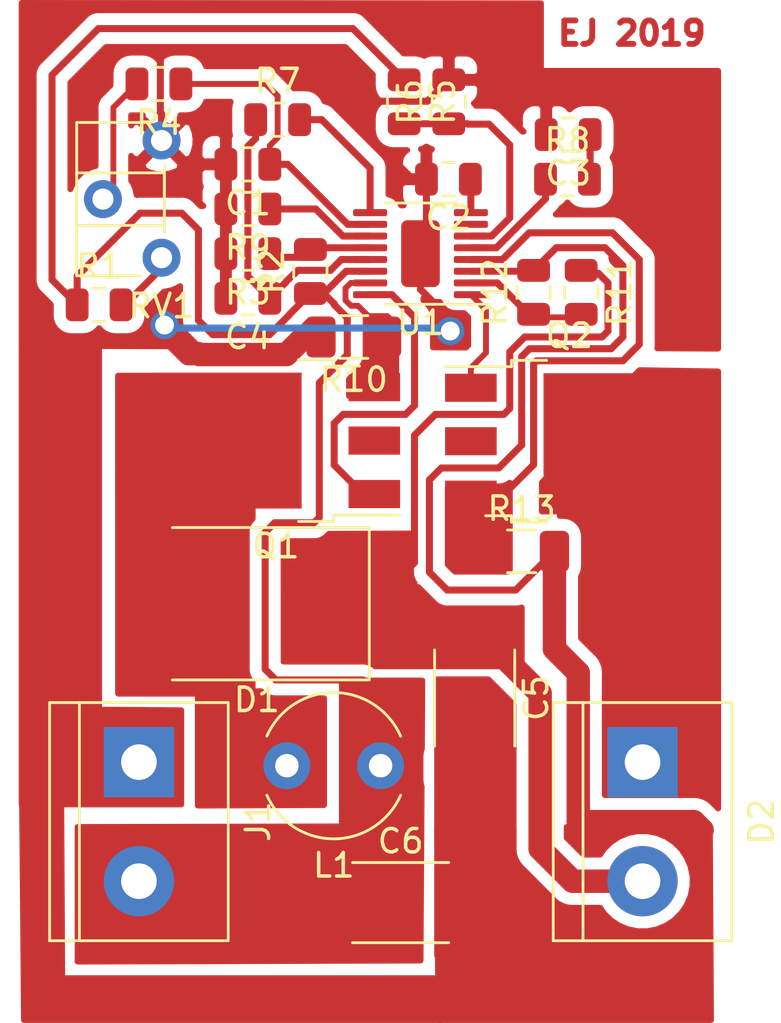
<source format=kicad_pcb>
(kicad_pcb (version 20171130) (host pcbnew 5.0.2+dfsg1-1)

  (general
    (thickness 1.6)
    (drawings 1)
    (tracks 205)
    (zones 0)
    (modules 27)
    (nets 23)
  )

  (page A4)
  (layers
    (0 F.Cu signal)
    (31 B.Cu signal)
    (32 B.Adhes user)
    (33 F.Adhes user)
    (34 B.Paste user)
    (35 F.Paste user)
    (36 B.SilkS user)
    (37 F.SilkS user)
    (38 B.Mask user)
    (39 F.Mask user)
    (40 Dwgs.User user)
    (41 Cmts.User user)
    (42 Eco1.User user)
    (43 Eco2.User user)
    (44 Edge.Cuts user)
    (45 Margin user)
    (46 B.CrtYd user)
    (47 F.CrtYd user)
    (48 B.Fab user)
    (49 F.Fab user)
  )

  (setup
    (last_trace_width 0.3)
    (user_trace_width 0.3)
    (user_trace_width 1)
    (user_trace_width 2)
    (trace_clearance 0.2)
    (zone_clearance 0.508)
    (zone_45_only yes)
    (trace_min 0.2)
    (segment_width 0.2)
    (edge_width 0.05)
    (via_size 0.8)
    (via_drill 0.4)
    (via_min_size 0.4)
    (via_min_drill 0.3)
    (uvia_size 0.3)
    (uvia_drill 0.1)
    (uvias_allowed no)
    (uvia_min_size 0.2)
    (uvia_min_drill 0.1)
    (pcb_text_width 0.3)
    (pcb_text_size 1.5 1.5)
    (mod_edge_width 0.12)
    (mod_text_size 1 1)
    (mod_text_width 0.15)
    (pad_size 1.524 1.524)
    (pad_drill 0.762)
    (pad_to_mask_clearance 0.051)
    (solder_mask_min_width 0.25)
    (aux_axis_origin 0 0)
    (visible_elements FFFFFF7F)
    (pcbplotparams
      (layerselection 0x00000_7fffffff)
      (usegerberextensions false)
      (usegerberattributes false)
      (usegerberadvancedattributes false)
      (creategerberjobfile false)
      (excludeedgelayer false)
      (linewidth 0.100000)
      (plotframeref false)
      (viasonmask false)
      (mode 1)
      (useauxorigin false)
      (hpglpennumber 1)
      (hpglpenspeed 20)
      (hpglpendiameter 15.000000)
      (psnegative false)
      (psa4output false)
      (plotreference false)
      (plotvalue false)
      (plotinvisibletext false)
      (padsonsilk true)
      (subtractmaskfromsilk false)
      (outputformat 5)
      (mirror true)
      (drillshape 1)
      (scaleselection 1)
      (outputdirectory ""))
  )

  (net 0 "")
  (net 1 GNDA)
  (net 2 "Net-(C1-Pad1)")
  (net 3 "Net-(C2-Pad1)")
  (net 4 "Net-(C3-Pad1)")
  (net 5 INTVcc)
  (net 6 "Net-(C5-Pad1)")
  (net 7 "Net-(D1-Pad2)")
  (net 8 "Net-(D2-Pad1)")
  (net 9 +12V)
  (net 10 "Net-(Q1-Pad3)")
  (net 11 "Net-(Q1-Pad1)")
  (net 12 "Net-(Q2-Pad3)")
  (net 13 "Net-(Q2-Pad1)")
  (net 14 "Net-(R1-Pad2)")
  (net 15 "Net-(R2-Pad2)")
  (net 16 "Net-(R4-Pad2)")
  (net 17 "Net-(R5-Pad2)")
  (net 18 "Net-(R7-Pad2)")
  (net 19 "Net-(R8-Pad1)")
  (net 20 "Net-(R9-Pad1)")
  (net 21 "Net-(R11-Pad2)")
  (net 22 "Net-(U1-Pad7)")

  (net_class Default "Dies ist die voreingestellte Netzklasse."
    (clearance 0.2)
    (trace_width 0.25)
    (via_dia 0.8)
    (via_drill 0.4)
    (uvia_dia 0.3)
    (uvia_drill 0.1)
    (add_net +12V)
    (add_net GNDA)
    (add_net INTVcc)
    (add_net "Net-(C1-Pad1)")
    (add_net "Net-(C2-Pad1)")
    (add_net "Net-(C3-Pad1)")
    (add_net "Net-(C5-Pad1)")
    (add_net "Net-(D1-Pad2)")
    (add_net "Net-(D2-Pad1)")
    (add_net "Net-(Q1-Pad1)")
    (add_net "Net-(Q1-Pad3)")
    (add_net "Net-(Q2-Pad1)")
    (add_net "Net-(Q2-Pad3)")
    (add_net "Net-(R1-Pad2)")
    (add_net "Net-(R11-Pad2)")
    (add_net "Net-(R2-Pad2)")
    (add_net "Net-(R4-Pad2)")
    (add_net "Net-(R5-Pad2)")
    (add_net "Net-(R7-Pad2)")
    (add_net "Net-(R8-Pad1)")
    (add_net "Net-(R9-Pad1)")
    (add_net "Net-(U1-Pad7)")
  )

  (module TerminalBlock:TerminalBlock_bornier-2_P5.08mm (layer F.Cu) (tedit 59FF03AB) (tstamp 5DE407A6)
    (at 89.9668 75.0316 270)
    (descr "simple 2-pin terminal block, pitch 5.08mm, revamped version of bornier2")
    (tags "terminal block bornier2")
    (path /5DE6BE8D)
    (zone_connect 2)
    (fp_text reference J1 (at 2.54 -5.08 270) (layer F.SilkS)
      (effects (font (size 1 1) (thickness 0.15)))
    )
    (fp_text value Screw_Terminal_01x02 (at 2.54 5.08 270) (layer F.Fab)
      (effects (font (size 1 1) (thickness 0.15)))
    )
    (fp_line (start 7.79 4) (end -2.71 4) (layer F.CrtYd) (width 0.05))
    (fp_line (start 7.79 4) (end 7.79 -4) (layer F.CrtYd) (width 0.05))
    (fp_line (start -2.71 -4) (end -2.71 4) (layer F.CrtYd) (width 0.05))
    (fp_line (start -2.71 -4) (end 7.79 -4) (layer F.CrtYd) (width 0.05))
    (fp_line (start -2.54 3.81) (end 7.62 3.81) (layer F.SilkS) (width 0.12))
    (fp_line (start -2.54 -3.81) (end -2.54 3.81) (layer F.SilkS) (width 0.12))
    (fp_line (start 7.62 -3.81) (end -2.54 -3.81) (layer F.SilkS) (width 0.12))
    (fp_line (start 7.62 3.81) (end 7.62 -3.81) (layer F.SilkS) (width 0.12))
    (fp_line (start 7.62 2.54) (end -2.54 2.54) (layer F.SilkS) (width 0.12))
    (fp_line (start 7.54 -3.75) (end -2.46 -3.75) (layer F.Fab) (width 0.1))
    (fp_line (start 7.54 3.75) (end 7.54 -3.75) (layer F.Fab) (width 0.1))
    (fp_line (start -2.46 3.75) (end 7.54 3.75) (layer F.Fab) (width 0.1))
    (fp_line (start -2.46 -3.75) (end -2.46 3.75) (layer F.Fab) (width 0.1))
    (fp_line (start -2.41 2.55) (end 7.49 2.55) (layer F.Fab) (width 0.1))
    (fp_text user %R (at 2.54 0 270) (layer F.Fab)
      (effects (font (size 1 1) (thickness 0.15)))
    )
    (pad 2 thru_hole circle (at 5.08 0 270) (size 3 3) (drill 1.52) (layers *.Cu *.Mask)
      (net 9 +12V) (zone_connect 2))
    (pad 1 thru_hole rect (at 0 0 270) (size 3 3) (drill 1.52) (layers *.Cu *.Mask)
      (net 1 GNDA) (zone_connect 2))
    (model ${KISYS3DMOD}/TerminalBlock.3dshapes/TerminalBlock_bornier-2_P5.08mm.wrl
      (offset (xyz 2.539999961853027 0 0))
      (scale (xyz 1 1 1))
      (rotate (xyz 0 0 0))
    )
  )

  (module Capacitor_SMD:C_2512_6332Metric_Pad1.52x3.35mm_HandSolder (layer F.Cu) (tedit 5B301BBE) (tstamp 5DE3FCFE)
    (at 101.1331 81.026)
    (descr "Capacitor SMD 2512 (6332 Metric), square (rectangular) end terminal, IPC_7351 nominal with elongated pad for handsoldering. (Body size source: http://www.tortai-tech.com/upload/download/2011102023233369053.pdf), generated with kicad-footprint-generator")
    (tags "capacitor handsolder")
    (path /5DE3FEC9)
    (zone_connect 2)
    (attr smd)
    (fp_text reference C6 (at 0 -2.62) (layer F.SilkS)
      (effects (font (size 1 1) (thickness 0.15)))
    )
    (fp_text value C (at 0 2.62) (layer F.Fab)
      (effects (font (size 1 1) (thickness 0.15)))
    )
    (fp_text user %R (at 0 0) (layer F.Fab)
      (effects (font (size 1 1) (thickness 0.15)))
    )
    (fp_line (start 4 1.92) (end -4 1.92) (layer F.CrtYd) (width 0.05))
    (fp_line (start 4 -1.92) (end 4 1.92) (layer F.CrtYd) (width 0.05))
    (fp_line (start -4 -1.92) (end 4 -1.92) (layer F.CrtYd) (width 0.05))
    (fp_line (start -4 1.92) (end -4 -1.92) (layer F.CrtYd) (width 0.05))
    (fp_line (start -2.052064 1.71) (end 2.052064 1.71) (layer F.SilkS) (width 0.12))
    (fp_line (start -2.052064 -1.71) (end 2.052064 -1.71) (layer F.SilkS) (width 0.12))
    (fp_line (start 3.15 1.6) (end -3.15 1.6) (layer F.Fab) (width 0.1))
    (fp_line (start 3.15 -1.6) (end 3.15 1.6) (layer F.Fab) (width 0.1))
    (fp_line (start -3.15 -1.6) (end 3.15 -1.6) (layer F.Fab) (width 0.1))
    (fp_line (start -3.15 1.6) (end -3.15 -1.6) (layer F.Fab) (width 0.1))
    (pad 2 smd roundrect (at 2.9875 0) (size 1.525 3.35) (layers F.Cu F.Paste F.Mask) (roundrect_rratio 0.163934)
      (net 1 GNDA) (zone_connect 2))
    (pad 1 smd roundrect (at -2.9875 0) (size 1.525 3.35) (layers F.Cu F.Paste F.Mask) (roundrect_rratio 0.163934)
      (net 9 +12V) (zone_connect 2))
    (model ${KISYS3DMOD}/Capacitor_SMD.3dshapes/C_2512_6332Metric.wrl
      (at (xyz 0 0 0))
      (scale (xyz 1 1 1))
      (rotate (xyz 0 0 0))
    )
  )

  (module Package_SO:MSOP-16-1EP_3x4mm_P0.5mm_EP1.65x2.85mm (layer F.Cu) (tedit 5C65C476) (tstamp 5DE3B9E5)
    (at 101.981 53.34 180)
    (descr "MSOP, 16 Pin (http://cds.linear.com/docs/en/datasheet/37551fd.pdf#page=23), generated with kicad-footprint-generator ipc_gullwing_generator.py")
    (tags "MSOP SO")
    (path /5DE3364D)
    (attr smd)
    (fp_text reference U1 (at 0 -2.95 180) (layer F.SilkS)
      (effects (font (size 1 1) (thickness 0.15)))
    )
    (fp_text value LT3761_alt (at 0 2.95 180) (layer F.Fab)
      (effects (font (size 1 1) (thickness 0.15)))
    )
    (fp_text user %R (at 0 0 180) (layer F.Fab)
      (effects (font (size 0.75 0.75) (thickness 0.11)))
    )
    (fp_line (start 3.12 -2.25) (end -3.12 -2.25) (layer F.CrtYd) (width 0.05))
    (fp_line (start 3.12 2.25) (end 3.12 -2.25) (layer F.CrtYd) (width 0.05))
    (fp_line (start -3.12 2.25) (end 3.12 2.25) (layer F.CrtYd) (width 0.05))
    (fp_line (start -3.12 -2.25) (end -3.12 2.25) (layer F.CrtYd) (width 0.05))
    (fp_line (start -1.5 -1.25) (end -0.75 -2) (layer F.Fab) (width 0.1))
    (fp_line (start -1.5 2) (end -1.5 -1.25) (layer F.Fab) (width 0.1))
    (fp_line (start 1.5 2) (end -1.5 2) (layer F.Fab) (width 0.1))
    (fp_line (start 1.5 -2) (end 1.5 2) (layer F.Fab) (width 0.1))
    (fp_line (start -0.75 -2) (end 1.5 -2) (layer F.Fab) (width 0.1))
    (fp_line (start 0 -2.16) (end -2.875 -2.16) (layer F.SilkS) (width 0.12))
    (fp_line (start 0 -2.16) (end 1.5 -2.16) (layer F.SilkS) (width 0.12))
    (fp_line (start 0 2.16) (end -1.5 2.16) (layer F.SilkS) (width 0.12))
    (fp_line (start 0 2.16) (end 1.5 2.16) (layer F.SilkS) (width 0.12))
    (pad 16 smd roundrect (at 2.15 -1.75 180) (size 1.45 0.3) (layers F.Cu F.Paste F.Mask) (roundrect_rratio 0.25)
      (net 11 "Net-(Q1-Pad1)"))
    (pad 15 smd roundrect (at 2.15 -1.25 180) (size 1.45 0.3) (layers F.Cu F.Paste F.Mask) (roundrect_rratio 0.25)
      (net 10 "Net-(Q1-Pad3)"))
    (pad 14 smd roundrect (at 2.15 -0.75 180) (size 1.45 0.3) (layers F.Cu F.Paste F.Mask) (roundrect_rratio 0.25)
      (net 9 +12V))
    (pad 13 smd roundrect (at 2.15 -0.25 180) (size 1.45 0.3) (layers F.Cu F.Paste F.Mask) (roundrect_rratio 0.25)
      (net 5 INTVcc))
    (pad 12 smd roundrect (at 2.15 0.25 180) (size 1.45 0.3) (layers F.Cu F.Paste F.Mask) (roundrect_rratio 0.25)
      (net 15 "Net-(R2-Pad2)"))
    (pad 11 smd roundrect (at 2.15 0.75 180) (size 1.45 0.3) (layers F.Cu F.Paste F.Mask) (roundrect_rratio 0.25)
      (net 20 "Net-(R9-Pad1)"))
    (pad 10 smd roundrect (at 2.15 1.25 180) (size 1.45 0.3) (layers F.Cu F.Paste F.Mask) (roundrect_rratio 0.25)
      (net 2 "Net-(C1-Pad1)"))
    (pad 9 smd roundrect (at 2.15 1.75 180) (size 1.45 0.3) (layers F.Cu F.Paste F.Mask) (roundrect_rratio 0.25)
      (net 18 "Net-(R7-Pad2)"))
    (pad 8 smd roundrect (at -2.15 1.75 180) (size 1.45 0.3) (layers F.Cu F.Paste F.Mask) (roundrect_rratio 0.25)
      (net 3 "Net-(C2-Pad1)"))
    (pad 7 smd roundrect (at -2.15 1.25 180) (size 1.45 0.3) (layers F.Cu F.Paste F.Mask) (roundrect_rratio 0.25)
      (net 22 "Net-(U1-Pad7)"))
    (pad 6 smd roundrect (at -2.15 0.75 180) (size 1.45 0.3) (layers F.Cu F.Paste F.Mask) (roundrect_rratio 0.25)
      (net 17 "Net-(R5-Pad2)"))
    (pad 5 smd roundrect (at -2.15 0.25 180) (size 1.45 0.3) (layers F.Cu F.Paste F.Mask) (roundrect_rratio 0.25)
      (net 19 "Net-(R8-Pad1)"))
    (pad 4 smd roundrect (at -2.15 -0.25 180) (size 1.45 0.3) (layers F.Cu F.Paste F.Mask) (roundrect_rratio 0.25)
      (net 12 "Net-(Q2-Pad3)"))
    (pad 3 smd roundrect (at -2.15 -0.75 180) (size 1.45 0.3) (layers F.Cu F.Paste F.Mask) (roundrect_rratio 0.25)
      (net 1 GNDA))
    (pad 2 smd roundrect (at -2.15 -1.25 180) (size 1.45 0.3) (layers F.Cu F.Paste F.Mask) (roundrect_rratio 0.25)
      (net 21 "Net-(R11-Pad2)"))
    (pad 1 smd roundrect (at -2.15 -1.75 180) (size 1.45 0.3) (layers F.Cu F.Paste F.Mask) (roundrect_rratio 0.25)
      (net 13 "Net-(Q2-Pad1)"))
    (pad "" smd roundrect (at 0.41 0.71 180) (size 0.67 1.15) (layers F.Paste) (roundrect_rratio 0.25))
    (pad "" smd roundrect (at 0.41 -0.71 180) (size 0.67 1.15) (layers F.Paste) (roundrect_rratio 0.25))
    (pad "" smd roundrect (at -0.41 0.71 180) (size 0.67 1.15) (layers F.Paste) (roundrect_rratio 0.25))
    (pad "" smd roundrect (at -0.41 -0.71 180) (size 0.67 1.15) (layers F.Paste) (roundrect_rratio 0.25))
    (pad 17 smd roundrect (at 0 0 180) (size 1.65 2.85) (layers F.Cu F.Mask) (roundrect_rratio 0.151515)
      (net 1 GNDA))
    (model ${KISYS3DMOD}/Package_SO.3dshapes/MSOP-16-1EP_3x4mm_P0.5mm_EP1.65x2.85mm.wrl
      (at (xyz 0 0 0))
      (scale (xyz 1 1 1))
      (rotate (xyz 0 0 0))
    )
  )

  (module Potentiometer_THT:Potentiometer_ACP_CA6-H2,5_Horizontal (layer F.Cu) (tedit 5A3D4994) (tstamp 5DE38210)
    (at 90.932 53.514 180)
    (descr "Potentiometer, horizontal, ACP CA6-H2,5, http://www.acptechnologies.com/wp-content/uploads/2017/06/01-ACP-CA6.pdf")
    (tags "Potentiometer horizontal ACP CA6-H2,5")
    (path /5DE4C31B)
    (fp_text reference RV1 (at 0 -2.06 180) (layer F.SilkS)
      (effects (font (size 1 1) (thickness 0.15)))
    )
    (fp_text value 10k (at 0 7.06 180) (layer F.Fab)
      (effects (font (size 1 1) (thickness 0.15)))
    )
    (fp_text user %R (at 1.75 2.5 180) (layer F.Fab)
      (effects (font (size 0.78 0.78) (thickness 0.15)))
    )
    (fp_line (start 3.75 -1.1) (end -1.1 -1.1) (layer F.CrtYd) (width 0.05))
    (fp_line (start 3.75 6.1) (end 3.75 -1.1) (layer F.CrtYd) (width 0.05))
    (fp_line (start -1.1 6.1) (end 3.75 6.1) (layer F.CrtYd) (width 0.05))
    (fp_line (start -1.1 -1.1) (end -1.1 6.1) (layer F.CrtYd) (width 0.05))
    (fp_line (start 3.62 1.38) (end 3.62 3.62) (layer F.SilkS) (width 0.12))
    (fp_line (start -0.121 1.38) (end -0.121 3.62) (layer F.SilkS) (width 0.12))
    (fp_line (start -0.121 3.62) (end 3.62 3.62) (layer F.SilkS) (width 0.12))
    (fp_line (start -0.121 1.38) (end 3.62 1.38) (layer F.SilkS) (width 0.12))
    (fp_line (start -0.121 1.066) (end -0.121 3.935) (layer F.SilkS) (width 0.12))
    (fp_line (start 3.62 -0.77) (end 3.62 5.77) (layer F.SilkS) (width 0.12))
    (fp_line (start 0.925 5.77) (end 3.62 5.77) (layer F.SilkS) (width 0.12))
    (fp_line (start 0.925 -0.77) (end 3.62 -0.77) (layer F.SilkS) (width 0.12))
    (fp_line (start 3.5 1.5) (end 0 1.5) (layer F.Fab) (width 0.1))
    (fp_line (start 3.5 3.5) (end 3.5 1.5) (layer F.Fab) (width 0.1))
    (fp_line (start 0 3.5) (end 3.5 3.5) (layer F.Fab) (width 0.1))
    (fp_line (start 0 1.5) (end 0 3.5) (layer F.Fab) (width 0.1))
    (fp_line (start 0 -0.65) (end 3.5 -0.65) (layer F.Fab) (width 0.1))
    (fp_line (start 0 5.65) (end 0 -0.65) (layer F.Fab) (width 0.1))
    (fp_line (start 3.5 5.65) (end 0 5.65) (layer F.Fab) (width 0.1))
    (fp_line (start 3.5 -0.65) (end 3.5 5.65) (layer F.Fab) (width 0.1))
    (pad 1 thru_hole circle (at 0 0 180) (size 1.62 1.62) (drill 0.9) (layers *.Cu *.Mask)
      (net 14 "Net-(R1-Pad2)"))
    (pad 2 thru_hole circle (at 2.5 2.5 180) (size 1.62 1.62) (drill 0.9) (layers *.Cu *.Mask)
      (net 16 "Net-(R4-Pad2)"))
    (pad 3 thru_hole circle (at 0 5 180) (size 1.62 1.62) (drill 0.9) (layers *.Cu *.Mask)
      (net 1 GNDA))
    (model ${KISYS3DMOD}/Potentiometer_THT.3dshapes/Potentiometer_ACP_CA6-H2,5_Horizontal.wrl
      (at (xyz 0 0 0))
      (scale (xyz 1 1 1))
      (rotate (xyz 0 0 0))
    )
  )

  (module Resistor_SMD:R_1206_3216Metric (layer F.Cu) (tedit 5B301BBD) (tstamp 5DE3D0C5)
    (at 106.296 66.04)
    (descr "Resistor SMD 1206 (3216 Metric), square (rectangular) end terminal, IPC_7351 nominal, (Body size source: http://www.tortai-tech.com/upload/download/2011102023233369053.pdf), generated with kicad-footprint-generator")
    (tags resistor)
    (path /5DE6DB64)
    (zone_connect 2)
    (attr smd)
    (fp_text reference R13 (at 0 -1.82) (layer F.SilkS)
      (effects (font (size 1 1) (thickness 0.15)))
    )
    (fp_text value 0R39 (at 0 1.82) (layer F.Fab)
      (effects (font (size 1 1) (thickness 0.15)))
    )
    (fp_text user %R (at 0 0) (layer F.Fab)
      (effects (font (size 0.8 0.8) (thickness 0.12)))
    )
    (fp_line (start 2.28 1.12) (end -2.28 1.12) (layer F.CrtYd) (width 0.05))
    (fp_line (start 2.28 -1.12) (end 2.28 1.12) (layer F.CrtYd) (width 0.05))
    (fp_line (start -2.28 -1.12) (end 2.28 -1.12) (layer F.CrtYd) (width 0.05))
    (fp_line (start -2.28 1.12) (end -2.28 -1.12) (layer F.CrtYd) (width 0.05))
    (fp_line (start -0.602064 0.91) (end 0.602064 0.91) (layer F.SilkS) (width 0.12))
    (fp_line (start -0.602064 -0.91) (end 0.602064 -0.91) (layer F.SilkS) (width 0.12))
    (fp_line (start 1.6 0.8) (end -1.6 0.8) (layer F.Fab) (width 0.1))
    (fp_line (start 1.6 -0.8) (end 1.6 0.8) (layer F.Fab) (width 0.1))
    (fp_line (start -1.6 -0.8) (end 1.6 -0.8) (layer F.Fab) (width 0.1))
    (fp_line (start -1.6 0.8) (end -1.6 -0.8) (layer F.Fab) (width 0.1))
    (pad 2 smd roundrect (at 1.4 0) (size 1.25 1.75) (layers F.Cu F.Paste F.Mask) (roundrect_rratio 0.2)
      (net 1 GNDA) (zone_connect 2))
    (pad 1 smd roundrect (at -1.4 0) (size 1.25 1.75) (layers F.Cu F.Paste F.Mask) (roundrect_rratio 0.2)
      (net 12 "Net-(Q2-Pad3)") (zone_connect 2))
    (model ${KISYS3DMOD}/Resistor_SMD.3dshapes/R_1206_3216Metric.wrl
      (at (xyz 0 0 0))
      (scale (xyz 1 1 1))
      (rotate (xyz 0 0 0))
    )
  )

  (module Resistor_SMD:R_0805_2012Metric (layer F.Cu) (tedit 5B36C52B) (tstamp 5DE3C64B)
    (at 106.807 54.991 90)
    (descr "Resistor SMD 0805 (2012 Metric), square (rectangular) end terminal, IPC_7351 nominal, (Body size source: https://docs.google.com/spreadsheets/d/1BsfQQcO9C6DZCsRaXUlFlo91Tg2WpOkGARC1WS5S8t0/edit?usp=sharing), generated with kicad-footprint-generator")
    (tags resistor)
    (path /5DE560CE)
    (attr smd)
    (fp_text reference R12 (at 0 -1.65 90) (layer F.SilkS)
      (effects (font (size 1 1) (thickness 0.15)))
    )
    (fp_text value 8.66k (at 0 1.65 90) (layer F.Fab)
      (effects (font (size 1 1) (thickness 0.15)))
    )
    (fp_text user %R (at 0 0 90) (layer F.Fab)
      (effects (font (size 0.5 0.5) (thickness 0.08)))
    )
    (fp_line (start 1.68 0.95) (end -1.68 0.95) (layer F.CrtYd) (width 0.05))
    (fp_line (start 1.68 -0.95) (end 1.68 0.95) (layer F.CrtYd) (width 0.05))
    (fp_line (start -1.68 -0.95) (end 1.68 -0.95) (layer F.CrtYd) (width 0.05))
    (fp_line (start -1.68 0.95) (end -1.68 -0.95) (layer F.CrtYd) (width 0.05))
    (fp_line (start -0.258578 0.71) (end 0.258578 0.71) (layer F.SilkS) (width 0.12))
    (fp_line (start -0.258578 -0.71) (end 0.258578 -0.71) (layer F.SilkS) (width 0.12))
    (fp_line (start 1 0.6) (end -1 0.6) (layer F.Fab) (width 0.1))
    (fp_line (start 1 -0.6) (end 1 0.6) (layer F.Fab) (width 0.1))
    (fp_line (start -1 -0.6) (end 1 -0.6) (layer F.Fab) (width 0.1))
    (fp_line (start -1 0.6) (end -1 -0.6) (layer F.Fab) (width 0.1))
    (pad 2 smd roundrect (at 0.9375 0 90) (size 0.975 1.4) (layers F.Cu F.Paste F.Mask) (roundrect_rratio 0.25)
      (net 1 GNDA))
    (pad 1 smd roundrect (at -0.9375 0 90) (size 0.975 1.4) (layers F.Cu F.Paste F.Mask) (roundrect_rratio 0.25)
      (net 21 "Net-(R11-Pad2)"))
    (model ${KISYS3DMOD}/Resistor_SMD.3dshapes/R_0805_2012Metric.wrl
      (at (xyz 0 0 0))
      (scale (xyz 1 1 1))
      (rotate (xyz 0 0 0))
    )
  )

  (module Resistor_SMD:R_0805_2012Metric (layer F.Cu) (tedit 5B36C52B) (tstamp 5DE6682D)
    (at 108.839 54.991 270)
    (descr "Resistor SMD 0805 (2012 Metric), square (rectangular) end terminal, IPC_7351 nominal, (Body size source: https://docs.google.com/spreadsheets/d/1BsfQQcO9C6DZCsRaXUlFlo91Tg2WpOkGARC1WS5S8t0/edit?usp=sharing), generated with kicad-footprint-generator")
    (tags resistor)
    (path /5DE5606A)
    (attr smd)
    (fp_text reference R11 (at 0 -1.65 270) (layer F.SilkS)
      (effects (font (size 1 1) (thickness 0.15)))
    )
    (fp_text value 1M (at 0 1.65 270) (layer F.Fab)
      (effects (font (size 1 1) (thickness 0.15)))
    )
    (fp_text user %R (at 0 0 270) (layer F.Fab)
      (effects (font (size 0.5 0.5) (thickness 0.08)))
    )
    (fp_line (start 1.68 0.95) (end -1.68 0.95) (layer F.CrtYd) (width 0.05))
    (fp_line (start 1.68 -0.95) (end 1.68 0.95) (layer F.CrtYd) (width 0.05))
    (fp_line (start -1.68 -0.95) (end 1.68 -0.95) (layer F.CrtYd) (width 0.05))
    (fp_line (start -1.68 0.95) (end -1.68 -0.95) (layer F.CrtYd) (width 0.05))
    (fp_line (start -0.258578 0.71) (end 0.258578 0.71) (layer F.SilkS) (width 0.12))
    (fp_line (start -0.258578 -0.71) (end 0.258578 -0.71) (layer F.SilkS) (width 0.12))
    (fp_line (start 1 0.6) (end -1 0.6) (layer F.Fab) (width 0.1))
    (fp_line (start 1 -0.6) (end 1 0.6) (layer F.Fab) (width 0.1))
    (fp_line (start -1 -0.6) (end 1 -0.6) (layer F.Fab) (width 0.1))
    (fp_line (start -1 0.6) (end -1 -0.6) (layer F.Fab) (width 0.1))
    (pad 2 smd roundrect (at 0.9375 0 270) (size 0.975 1.4) (layers F.Cu F.Paste F.Mask) (roundrect_rratio 0.25)
      (net 21 "Net-(R11-Pad2)"))
    (pad 1 smd roundrect (at -0.9375 0 270) (size 0.975 1.4) (layers F.Cu F.Paste F.Mask) (roundrect_rratio 0.25)
      (net 6 "Net-(C5-Pad1)"))
    (model ${KISYS3DMOD}/Resistor_SMD.3dshapes/R_0805_2012Metric.wrl
      (at (xyz 0 0 0))
      (scale (xyz 1 1 1))
      (rotate (xyz 0 0 0))
    )
  )

  (module Resistor_SMD:R_1206_3216Metric (layer F.Cu) (tedit 5B301BBD) (tstamp 5DE450ED)
    (at 99.1332 56.896 180)
    (descr "Resistor SMD 1206 (3216 Metric), square (rectangular) end terminal, IPC_7351 nominal, (Body size source: http://www.tortai-tech.com/upload/download/2011102023233369053.pdf), generated with kicad-footprint-generator")
    (tags resistor)
    (path /5DE389C5)
    (zone_connect 2)
    (attr smd)
    (fp_text reference R10 (at 0 -1.82 180) (layer F.SilkS)
      (effects (font (size 1 1) (thickness 0.15)))
    )
    (fp_text value 20k (at 0 1.82 180) (layer F.Fab)
      (effects (font (size 1 1) (thickness 0.15)))
    )
    (fp_text user %R (at 0 0 180) (layer F.Fab)
      (effects (font (size 0.8 0.8) (thickness 0.12)))
    )
    (fp_line (start 2.28 1.12) (end -2.28 1.12) (layer F.CrtYd) (width 0.05))
    (fp_line (start 2.28 -1.12) (end 2.28 1.12) (layer F.CrtYd) (width 0.05))
    (fp_line (start -2.28 -1.12) (end 2.28 -1.12) (layer F.CrtYd) (width 0.05))
    (fp_line (start -2.28 1.12) (end -2.28 -1.12) (layer F.CrtYd) (width 0.05))
    (fp_line (start -0.602064 0.91) (end 0.602064 0.91) (layer F.SilkS) (width 0.12))
    (fp_line (start -0.602064 -0.91) (end 0.602064 -0.91) (layer F.SilkS) (width 0.12))
    (fp_line (start 1.6 0.8) (end -1.6 0.8) (layer F.Fab) (width 0.1))
    (fp_line (start 1.6 -0.8) (end 1.6 0.8) (layer F.Fab) (width 0.1))
    (fp_line (start -1.6 -0.8) (end 1.6 -0.8) (layer F.Fab) (width 0.1))
    (fp_line (start -1.6 0.8) (end -1.6 -0.8) (layer F.Fab) (width 0.1))
    (pad 2 smd roundrect (at 1.4 0 180) (size 1.25 1.75) (layers F.Cu F.Paste F.Mask) (roundrect_rratio 0.2)
      (net 1 GNDA) (zone_connect 2))
    (pad 1 smd roundrect (at -1.4 0 180) (size 1.25 1.75) (layers F.Cu F.Paste F.Mask) (roundrect_rratio 0.2)
      (net 10 "Net-(Q1-Pad3)") (zone_connect 2))
    (model ${KISYS3DMOD}/Resistor_SMD.3dshapes/R_1206_3216Metric.wrl
      (at (xyz 0 0 0))
      (scale (xyz 1 1 1))
      (rotate (xyz 0 0 0))
    )
  )

  (module Resistor_SMD:R_0805_2012Metric (layer F.Cu) (tedit 5B36C52B) (tstamp 5DE3A07C)
    (at 94.615 51.435 180)
    (descr "Resistor SMD 0805 (2012 Metric), square (rectangular) end terminal, IPC_7351 nominal, (Body size source: https://docs.google.com/spreadsheets/d/1BsfQQcO9C6DZCsRaXUlFlo91Tg2WpOkGARC1WS5S8t0/edit?usp=sharing), generated with kicad-footprint-generator")
    (tags resistor)
    (path /5DE48173)
    (attr smd)
    (fp_text reference R9 (at 0 -1.65 180) (layer F.SilkS)
      (effects (font (size 1 1) (thickness 0.15)))
    )
    (fp_text value 39.2k (at 0 1.65 180) (layer F.Fab)
      (effects (font (size 1 1) (thickness 0.15)))
    )
    (fp_text user %R (at 0 0 180) (layer F.Fab)
      (effects (font (size 0.5 0.5) (thickness 0.08)))
    )
    (fp_line (start 1.68 0.95) (end -1.68 0.95) (layer F.CrtYd) (width 0.05))
    (fp_line (start 1.68 -0.95) (end 1.68 0.95) (layer F.CrtYd) (width 0.05))
    (fp_line (start -1.68 -0.95) (end 1.68 -0.95) (layer F.CrtYd) (width 0.05))
    (fp_line (start -1.68 0.95) (end -1.68 -0.95) (layer F.CrtYd) (width 0.05))
    (fp_line (start -0.258578 0.71) (end 0.258578 0.71) (layer F.SilkS) (width 0.12))
    (fp_line (start -0.258578 -0.71) (end 0.258578 -0.71) (layer F.SilkS) (width 0.12))
    (fp_line (start 1 0.6) (end -1 0.6) (layer F.Fab) (width 0.1))
    (fp_line (start 1 -0.6) (end 1 0.6) (layer F.Fab) (width 0.1))
    (fp_line (start -1 -0.6) (end 1 -0.6) (layer F.Fab) (width 0.1))
    (fp_line (start -1 0.6) (end -1 -0.6) (layer F.Fab) (width 0.1))
    (pad 2 smd roundrect (at 0.9375 0 180) (size 0.975 1.4) (layers F.Cu F.Paste F.Mask) (roundrect_rratio 0.25)
      (net 1 GNDA))
    (pad 1 smd roundrect (at -0.9375 0 180) (size 0.975 1.4) (layers F.Cu F.Paste F.Mask) (roundrect_rratio 0.25)
      (net 20 "Net-(R9-Pad1)"))
    (model ${KISYS3DMOD}/Resistor_SMD.3dshapes/R_0805_2012Metric.wrl
      (at (xyz 0 0 0))
      (scale (xyz 1 1 1))
      (rotate (xyz 0 0 0))
    )
  )

  (module Resistor_SMD:R_0805_2012Metric (layer F.Cu) (tedit 5B36C52B) (tstamp 5DE3819F)
    (at 108.2525 50.165)
    (descr "Resistor SMD 0805 (2012 Metric), square (rectangular) end terminal, IPC_7351 nominal, (Body size source: https://docs.google.com/spreadsheets/d/1BsfQQcO9C6DZCsRaXUlFlo91Tg2WpOkGARC1WS5S8t0/edit?usp=sharing), generated with kicad-footprint-generator")
    (tags resistor)
    (path /5DE47FC9)
    (attr smd)
    (fp_text reference R8 (at 0 -1.65) (layer F.SilkS)
      (effects (font (size 1 1) (thickness 0.15)))
    )
    (fp_text value 2k (at 0 1.65) (layer F.Fab)
      (effects (font (size 1 1) (thickness 0.15)))
    )
    (fp_text user %R (at 0 0) (layer F.Fab)
      (effects (font (size 0.5 0.5) (thickness 0.08)))
    )
    (fp_line (start 1.68 0.95) (end -1.68 0.95) (layer F.CrtYd) (width 0.05))
    (fp_line (start 1.68 -0.95) (end 1.68 0.95) (layer F.CrtYd) (width 0.05))
    (fp_line (start -1.68 -0.95) (end 1.68 -0.95) (layer F.CrtYd) (width 0.05))
    (fp_line (start -1.68 0.95) (end -1.68 -0.95) (layer F.CrtYd) (width 0.05))
    (fp_line (start -0.258578 0.71) (end 0.258578 0.71) (layer F.SilkS) (width 0.12))
    (fp_line (start -0.258578 -0.71) (end 0.258578 -0.71) (layer F.SilkS) (width 0.12))
    (fp_line (start 1 0.6) (end -1 0.6) (layer F.Fab) (width 0.1))
    (fp_line (start 1 -0.6) (end 1 0.6) (layer F.Fab) (width 0.1))
    (fp_line (start -1 -0.6) (end 1 -0.6) (layer F.Fab) (width 0.1))
    (fp_line (start -1 0.6) (end -1 -0.6) (layer F.Fab) (width 0.1))
    (pad 2 smd roundrect (at 0.9375 0) (size 0.975 1.4) (layers F.Cu F.Paste F.Mask) (roundrect_rratio 0.25)
      (net 4 "Net-(C3-Pad1)"))
    (pad 1 smd roundrect (at -0.9375 0) (size 0.975 1.4) (layers F.Cu F.Paste F.Mask) (roundrect_rratio 0.25)
      (net 19 "Net-(R8-Pad1)"))
    (model ${KISYS3DMOD}/Resistor_SMD.3dshapes/R_0805_2012Metric.wrl
      (at (xyz 0 0 0))
      (scale (xyz 1 1 1))
      (rotate (xyz 0 0 0))
    )
  )

  (module Resistor_SMD:R_0805_2012Metric (layer F.Cu) (tedit 5B36C52B) (tstamp 5DE3818E)
    (at 95.885 47.625)
    (descr "Resistor SMD 0805 (2012 Metric), square (rectangular) end terminal, IPC_7351 nominal, (Body size source: https://docs.google.com/spreadsheets/d/1BsfQQcO9C6DZCsRaXUlFlo91Tg2WpOkGARC1WS5S8t0/edit?usp=sharing), generated with kicad-footprint-generator")
    (tags resistor)
    (path /5DE46BE4)
    (attr smd)
    (fp_text reference R7 (at 0 -1.65) (layer F.SilkS)
      (effects (font (size 1 1) (thickness 0.15)))
    )
    (fp_text value 100k (at 0 1.65) (layer F.Fab)
      (effects (font (size 1 1) (thickness 0.15)))
    )
    (fp_text user %R (at 0 0) (layer F.Fab)
      (effects (font (size 0.5 0.5) (thickness 0.08)))
    )
    (fp_line (start 1.68 0.95) (end -1.68 0.95) (layer F.CrtYd) (width 0.05))
    (fp_line (start 1.68 -0.95) (end 1.68 0.95) (layer F.CrtYd) (width 0.05))
    (fp_line (start -1.68 -0.95) (end 1.68 -0.95) (layer F.CrtYd) (width 0.05))
    (fp_line (start -1.68 0.95) (end -1.68 -0.95) (layer F.CrtYd) (width 0.05))
    (fp_line (start -0.258578 0.71) (end 0.258578 0.71) (layer F.SilkS) (width 0.12))
    (fp_line (start -0.258578 -0.71) (end 0.258578 -0.71) (layer F.SilkS) (width 0.12))
    (fp_line (start 1 0.6) (end -1 0.6) (layer F.Fab) (width 0.1))
    (fp_line (start 1 -0.6) (end 1 0.6) (layer F.Fab) (width 0.1))
    (fp_line (start -1 -0.6) (end 1 -0.6) (layer F.Fab) (width 0.1))
    (fp_line (start -1 0.6) (end -1 -0.6) (layer F.Fab) (width 0.1))
    (pad 2 smd roundrect (at 0.9375 0) (size 0.975 1.4) (layers F.Cu F.Paste F.Mask) (roundrect_rratio 0.25)
      (net 18 "Net-(R7-Pad2)"))
    (pad 1 smd roundrect (at -0.9375 0) (size 0.975 1.4) (layers F.Cu F.Paste F.Mask) (roundrect_rratio 0.25)
      (net 5 INTVcc))
    (model ${KISYS3DMOD}/Resistor_SMD.3dshapes/R_0805_2012Metric.wrl
      (at (xyz 0 0 0))
      (scale (xyz 1 1 1))
      (rotate (xyz 0 0 0))
    )
  )

  (module Resistor_SMD:R_0805_2012Metric (layer F.Cu) (tedit 5B36C52B) (tstamp 5DE39F14)
    (at 103.1875 46.863 90)
    (descr "Resistor SMD 0805 (2012 Metric), square (rectangular) end terminal, IPC_7351 nominal, (Body size source: https://docs.google.com/spreadsheets/d/1BsfQQcO9C6DZCsRaXUlFlo91Tg2WpOkGARC1WS5S8t0/edit?usp=sharing), generated with kicad-footprint-generator")
    (tags resistor)
    (path /5DE34F0C)
    (attr smd)
    (fp_text reference R6 (at 0 -1.65 90) (layer F.SilkS)
      (effects (font (size 1 1) (thickness 0.15)))
    )
    (fp_text value 20k (at 0 1.65 90) (layer F.Fab)
      (effects (font (size 1 1) (thickness 0.15)))
    )
    (fp_text user %R (at 0 0 90) (layer F.Fab)
      (effects (font (size 0.5 0.5) (thickness 0.08)))
    )
    (fp_line (start 1.68 0.95) (end -1.68 0.95) (layer F.CrtYd) (width 0.05))
    (fp_line (start 1.68 -0.95) (end 1.68 0.95) (layer F.CrtYd) (width 0.05))
    (fp_line (start -1.68 -0.95) (end 1.68 -0.95) (layer F.CrtYd) (width 0.05))
    (fp_line (start -1.68 0.95) (end -1.68 -0.95) (layer F.CrtYd) (width 0.05))
    (fp_line (start -0.258578 0.71) (end 0.258578 0.71) (layer F.SilkS) (width 0.12))
    (fp_line (start -0.258578 -0.71) (end 0.258578 -0.71) (layer F.SilkS) (width 0.12))
    (fp_line (start 1 0.6) (end -1 0.6) (layer F.Fab) (width 0.1))
    (fp_line (start 1 -0.6) (end 1 0.6) (layer F.Fab) (width 0.1))
    (fp_line (start -1 -0.6) (end 1 -0.6) (layer F.Fab) (width 0.1))
    (fp_line (start -1 0.6) (end -1 -0.6) (layer F.Fab) (width 0.1))
    (pad 2 smd roundrect (at 0.9375 0 90) (size 0.975 1.4) (layers F.Cu F.Paste F.Mask) (roundrect_rratio 0.25)
      (net 1 GNDA))
    (pad 1 smd roundrect (at -0.9375 0 90) (size 0.975 1.4) (layers F.Cu F.Paste F.Mask) (roundrect_rratio 0.25)
      (net 17 "Net-(R5-Pad2)"))
    (model ${KISYS3DMOD}/Resistor_SMD.3dshapes/R_0805_2012Metric.wrl
      (at (xyz 0 0 0))
      (scale (xyz 1 1 1))
      (rotate (xyz 0 0 0))
    )
  )

  (module Resistor_SMD:R_0805_2012Metric (layer F.Cu) (tedit 5B36C52B) (tstamp 5DE39D7A)
    (at 101.2825 46.863 270)
    (descr "Resistor SMD 0805 (2012 Metric), square (rectangular) end terminal, IPC_7351 nominal, (Body size source: https://docs.google.com/spreadsheets/d/1BsfQQcO9C6DZCsRaXUlFlo91Tg2WpOkGARC1WS5S8t0/edit?usp=sharing), generated with kicad-footprint-generator")
    (tags resistor)
    (path /5DE34F95)
    (attr smd)
    (fp_text reference R5 (at 0 -1.65 270) (layer F.SilkS)
      (effects (font (size 1 1) (thickness 0.15)))
    )
    (fp_text value 590k (at 0 1.65 270) (layer F.Fab)
      (effects (font (size 1 1) (thickness 0.15)))
    )
    (fp_text user %R (at 0 0 270) (layer F.Fab)
      (effects (font (size 0.5 0.5) (thickness 0.08)))
    )
    (fp_line (start 1.68 0.95) (end -1.68 0.95) (layer F.CrtYd) (width 0.05))
    (fp_line (start 1.68 -0.95) (end 1.68 0.95) (layer F.CrtYd) (width 0.05))
    (fp_line (start -1.68 -0.95) (end 1.68 -0.95) (layer F.CrtYd) (width 0.05))
    (fp_line (start -1.68 0.95) (end -1.68 -0.95) (layer F.CrtYd) (width 0.05))
    (fp_line (start -0.258578 0.71) (end 0.258578 0.71) (layer F.SilkS) (width 0.12))
    (fp_line (start -0.258578 -0.71) (end 0.258578 -0.71) (layer F.SilkS) (width 0.12))
    (fp_line (start 1 0.6) (end -1 0.6) (layer F.Fab) (width 0.1))
    (fp_line (start 1 -0.6) (end 1 0.6) (layer F.Fab) (width 0.1))
    (fp_line (start -1 -0.6) (end 1 -0.6) (layer F.Fab) (width 0.1))
    (fp_line (start -1 0.6) (end -1 -0.6) (layer F.Fab) (width 0.1))
    (pad 2 smd roundrect (at 0.9375 0 270) (size 0.975 1.4) (layers F.Cu F.Paste F.Mask) (roundrect_rratio 0.25)
      (net 17 "Net-(R5-Pad2)"))
    (pad 1 smd roundrect (at -0.9375 0 270) (size 0.975 1.4) (layers F.Cu F.Paste F.Mask) (roundrect_rratio 0.25)
      (net 9 +12V))
    (model ${KISYS3DMOD}/Resistor_SMD.3dshapes/R_0805_2012Metric.wrl
      (at (xyz 0 0 0))
      (scale (xyz 1 1 1))
      (rotate (xyz 0 0 0))
    )
  )

  (module Resistor_SMD:R_0805_2012Metric (layer F.Cu) (tedit 5B36C52B) (tstamp 5DE3815B)
    (at 90.82 46.101 180)
    (descr "Resistor SMD 0805 (2012 Metric), square (rectangular) end terminal, IPC_7351 nominal, (Body size source: https://docs.google.com/spreadsheets/d/1BsfQQcO9C6DZCsRaXUlFlo91Tg2WpOkGARC1WS5S8t0/edit?usp=sharing), generated with kicad-footprint-generator")
    (tags resistor)
    (path /5DE55A5C)
    (attr smd)
    (fp_text reference R4 (at 0 -1.65 180) (layer F.SilkS)
      (effects (font (size 1 1) (thickness 0.15)))
    )
    (fp_text value 140k (at 0 1.65 180) (layer F.Fab)
      (effects (font (size 1 1) (thickness 0.15)))
    )
    (fp_text user %R (at 0 0 180) (layer F.Fab)
      (effects (font (size 0.5 0.5) (thickness 0.08)))
    )
    (fp_line (start 1.68 0.95) (end -1.68 0.95) (layer F.CrtYd) (width 0.05))
    (fp_line (start 1.68 -0.95) (end 1.68 0.95) (layer F.CrtYd) (width 0.05))
    (fp_line (start -1.68 -0.95) (end 1.68 -0.95) (layer F.CrtYd) (width 0.05))
    (fp_line (start -1.68 0.95) (end -1.68 -0.95) (layer F.CrtYd) (width 0.05))
    (fp_line (start -0.258578 0.71) (end 0.258578 0.71) (layer F.SilkS) (width 0.12))
    (fp_line (start -0.258578 -0.71) (end 0.258578 -0.71) (layer F.SilkS) (width 0.12))
    (fp_line (start 1 0.6) (end -1 0.6) (layer F.Fab) (width 0.1))
    (fp_line (start 1 -0.6) (end 1 0.6) (layer F.Fab) (width 0.1))
    (fp_line (start -1 -0.6) (end 1 -0.6) (layer F.Fab) (width 0.1))
    (fp_line (start -1 0.6) (end -1 -0.6) (layer F.Fab) (width 0.1))
    (pad 2 smd roundrect (at 0.9375 0 180) (size 0.975 1.4) (layers F.Cu F.Paste F.Mask) (roundrect_rratio 0.25)
      (net 16 "Net-(R4-Pad2)"))
    (pad 1 smd roundrect (at -0.9375 0 180) (size 0.975 1.4) (layers F.Cu F.Paste F.Mask) (roundrect_rratio 0.25)
      (net 2 "Net-(C1-Pad1)"))
    (model ${KISYS3DMOD}/Resistor_SMD.3dshapes/R_0805_2012Metric.wrl
      (at (xyz 0 0 0))
      (scale (xyz 1 1 1))
      (rotate (xyz 0 0 0))
    )
  )

  (module Resistor_SMD:R_0805_2012Metric (layer F.Cu) (tedit 5B36C52B) (tstamp 5DE3B1A5)
    (at 94.615 53.34 180)
    (descr "Resistor SMD 0805 (2012 Metric), square (rectangular) end terminal, IPC_7351 nominal, (Body size source: https://docs.google.com/spreadsheets/d/1BsfQQcO9C6DZCsRaXUlFlo91Tg2WpOkGARC1WS5S8t0/edit?usp=sharing), generated with kicad-footprint-generator")
    (tags resistor)
    (path /5DE35E40)
    (attr smd)
    (fp_text reference R3 (at 0 -1.65 180) (layer F.SilkS)
      (effects (font (size 1 1) (thickness 0.15)))
    )
    (fp_text value 21k (at 0 1.65 180) (layer F.Fab)
      (effects (font (size 1 1) (thickness 0.15)))
    )
    (fp_text user %R (at 0 0 180) (layer F.Fab)
      (effects (font (size 0.5 0.5) (thickness 0.08)))
    )
    (fp_line (start 1.68 0.95) (end -1.68 0.95) (layer F.CrtYd) (width 0.05))
    (fp_line (start 1.68 -0.95) (end 1.68 0.95) (layer F.CrtYd) (width 0.05))
    (fp_line (start -1.68 -0.95) (end 1.68 -0.95) (layer F.CrtYd) (width 0.05))
    (fp_line (start -1.68 0.95) (end -1.68 -0.95) (layer F.CrtYd) (width 0.05))
    (fp_line (start -0.258578 0.71) (end 0.258578 0.71) (layer F.SilkS) (width 0.12))
    (fp_line (start -0.258578 -0.71) (end 0.258578 -0.71) (layer F.SilkS) (width 0.12))
    (fp_line (start 1 0.6) (end -1 0.6) (layer F.Fab) (width 0.1))
    (fp_line (start 1 -0.6) (end 1 0.6) (layer F.Fab) (width 0.1))
    (fp_line (start -1 -0.6) (end 1 -0.6) (layer F.Fab) (width 0.1))
    (fp_line (start -1 0.6) (end -1 -0.6) (layer F.Fab) (width 0.1))
    (pad 2 smd roundrect (at 0.9375 0 180) (size 0.975 1.4) (layers F.Cu F.Paste F.Mask) (roundrect_rratio 0.25)
      (net 1 GNDA))
    (pad 1 smd roundrect (at -0.9375 0 180) (size 0.975 1.4) (layers F.Cu F.Paste F.Mask) (roundrect_rratio 0.25)
      (net 15 "Net-(R2-Pad2)"))
    (model ${KISYS3DMOD}/Resistor_SMD.3dshapes/R_0805_2012Metric.wrl
      (at (xyz 0 0 0))
      (scale (xyz 1 1 1))
      (rotate (xyz 0 0 0))
    )
  )

  (module Resistor_SMD:R_0805_2012Metric (layer F.Cu) (tedit 5B36C52B) (tstamp 5DE38139)
    (at 97.282 54.102 90)
    (descr "Resistor SMD 0805 (2012 Metric), square (rectangular) end terminal, IPC_7351 nominal, (Body size source: https://docs.google.com/spreadsheets/d/1BsfQQcO9C6DZCsRaXUlFlo91Tg2WpOkGARC1WS5S8t0/edit?usp=sharing), generated with kicad-footprint-generator")
    (tags resistor)
    (path /5DE3585E)
    (attr smd)
    (fp_text reference R2 (at 0 -1.65 90) (layer F.SilkS)
      (effects (font (size 1 1) (thickness 0.15)))
    )
    (fp_text value 187k (at 0 1.65 90) (layer F.Fab)
      (effects (font (size 1 1) (thickness 0.15)))
    )
    (fp_text user %R (at 0 0 90) (layer F.Fab)
      (effects (font (size 0.5 0.5) (thickness 0.08)))
    )
    (fp_line (start 1.68 0.95) (end -1.68 0.95) (layer F.CrtYd) (width 0.05))
    (fp_line (start 1.68 -0.95) (end 1.68 0.95) (layer F.CrtYd) (width 0.05))
    (fp_line (start -1.68 -0.95) (end 1.68 -0.95) (layer F.CrtYd) (width 0.05))
    (fp_line (start -1.68 0.95) (end -1.68 -0.95) (layer F.CrtYd) (width 0.05))
    (fp_line (start -0.258578 0.71) (end 0.258578 0.71) (layer F.SilkS) (width 0.12))
    (fp_line (start -0.258578 -0.71) (end 0.258578 -0.71) (layer F.SilkS) (width 0.12))
    (fp_line (start 1 0.6) (end -1 0.6) (layer F.Fab) (width 0.1))
    (fp_line (start 1 -0.6) (end 1 0.6) (layer F.Fab) (width 0.1))
    (fp_line (start -1 -0.6) (end 1 -0.6) (layer F.Fab) (width 0.1))
    (fp_line (start -1 0.6) (end -1 -0.6) (layer F.Fab) (width 0.1))
    (pad 2 smd roundrect (at 0.9375 0 90) (size 0.975 1.4) (layers F.Cu F.Paste F.Mask) (roundrect_rratio 0.25)
      (net 15 "Net-(R2-Pad2)"))
    (pad 1 smd roundrect (at -0.9375 0 90) (size 0.975 1.4) (layers F.Cu F.Paste F.Mask) (roundrect_rratio 0.25)
      (net 9 +12V))
    (model ${KISYS3DMOD}/Resistor_SMD.3dshapes/R_0805_2012Metric.wrl
      (at (xyz 0 0 0))
      (scale (xyz 1 1 1))
      (rotate (xyz 0 0 0))
    )
  )

  (module Resistor_SMD:R_0805_2012Metric (layer F.Cu) (tedit 5B36C52B) (tstamp 5DE38128)
    (at 88.2673 55.5244)
    (descr "Resistor SMD 0805 (2012 Metric), square (rectangular) end terminal, IPC_7351 nominal, (Body size source: https://docs.google.com/spreadsheets/d/1BsfQQcO9C6DZCsRaXUlFlo91Tg2WpOkGARC1WS5S8t0/edit?usp=sharing), generated with kicad-footprint-generator")
    (tags resistor)
    (path /5DE54B59)
    (attr smd)
    (fp_text reference R1 (at 0 -1.65) (layer F.SilkS)
      (effects (font (size 1 1) (thickness 0.15)))
    )
    (fp_text value 4k7 (at 0 1.65) (layer F.Fab)
      (effects (font (size 1 1) (thickness 0.15)))
    )
    (fp_text user %R (at 0 0) (layer F.Fab)
      (effects (font (size 0.5 0.5) (thickness 0.08)))
    )
    (fp_line (start 1.68 0.95) (end -1.68 0.95) (layer F.CrtYd) (width 0.05))
    (fp_line (start 1.68 -0.95) (end 1.68 0.95) (layer F.CrtYd) (width 0.05))
    (fp_line (start -1.68 -0.95) (end 1.68 -0.95) (layer F.CrtYd) (width 0.05))
    (fp_line (start -1.68 0.95) (end -1.68 -0.95) (layer F.CrtYd) (width 0.05))
    (fp_line (start -0.258578 0.71) (end 0.258578 0.71) (layer F.SilkS) (width 0.12))
    (fp_line (start -0.258578 -0.71) (end 0.258578 -0.71) (layer F.SilkS) (width 0.12))
    (fp_line (start 1 0.6) (end -1 0.6) (layer F.Fab) (width 0.1))
    (fp_line (start 1 -0.6) (end 1 0.6) (layer F.Fab) (width 0.1))
    (fp_line (start -1 -0.6) (end 1 -0.6) (layer F.Fab) (width 0.1))
    (fp_line (start -1 0.6) (end -1 -0.6) (layer F.Fab) (width 0.1))
    (pad 2 smd roundrect (at 0.9375 0) (size 0.975 1.4) (layers F.Cu F.Paste F.Mask) (roundrect_rratio 0.25)
      (net 14 "Net-(R1-Pad2)"))
    (pad 1 smd roundrect (at -0.9375 0) (size 0.975 1.4) (layers F.Cu F.Paste F.Mask) (roundrect_rratio 0.25)
      (net 9 +12V))
    (model ${KISYS3DMOD}/Resistor_SMD.3dshapes/R_0805_2012Metric.wrl
      (at (xyz 0 0 0))
      (scale (xyz 1 1 1))
      (rotate (xyz 0 0 0))
    )
  )

  (module Package_TO_SOT_SMD:TO-252-3_TabPin4 (layer F.Cu) (tedit 5A70FB3C) (tstamp 5DE38117)
    (at 108.331 61.342)
    (descr "TO-252 / DPAK SMD package, http://www.infineon.com/cms/en/product/packages/PG-TO252/PG-TO252-3-1/")
    (tags "DPAK TO-252 DPAK-3 TO-252-3 SOT-428")
    (path /5DE5A7C8)
    (zone_connect 2)
    (attr smd)
    (fp_text reference Q2 (at 0 -4.5) (layer F.SilkS)
      (effects (font (size 1 1) (thickness 0.15)))
    )
    (fp_text value IRFR024 (at 0 4.5) (layer F.Fab)
      (effects (font (size 1 1) (thickness 0.15)))
    )
    (fp_text user %R (at 0 0) (layer F.Fab)
      (effects (font (size 1 1) (thickness 0.15)))
    )
    (fp_line (start 5.55 -3.5) (end -5.55 -3.5) (layer F.CrtYd) (width 0.05))
    (fp_line (start 5.55 3.5) (end 5.55 -3.5) (layer F.CrtYd) (width 0.05))
    (fp_line (start -5.55 3.5) (end 5.55 3.5) (layer F.CrtYd) (width 0.05))
    (fp_line (start -5.55 -3.5) (end -5.55 3.5) (layer F.CrtYd) (width 0.05))
    (fp_line (start -2.47 3.18) (end -3.57 3.18) (layer F.SilkS) (width 0.12))
    (fp_line (start -2.47 3.45) (end -2.47 3.18) (layer F.SilkS) (width 0.12))
    (fp_line (start -0.97 3.45) (end -2.47 3.45) (layer F.SilkS) (width 0.12))
    (fp_line (start -2.47 -3.18) (end -5.3 -3.18) (layer F.SilkS) (width 0.12))
    (fp_line (start -2.47 -3.45) (end -2.47 -3.18) (layer F.SilkS) (width 0.12))
    (fp_line (start -0.97 -3.45) (end -2.47 -3.45) (layer F.SilkS) (width 0.12))
    (fp_line (start -4.97 2.655) (end -2.27 2.655) (layer F.Fab) (width 0.1))
    (fp_line (start -4.97 1.905) (end -4.97 2.655) (layer F.Fab) (width 0.1))
    (fp_line (start -2.27 1.905) (end -4.97 1.905) (layer F.Fab) (width 0.1))
    (fp_line (start -4.97 0.375) (end -2.27 0.375) (layer F.Fab) (width 0.1))
    (fp_line (start -4.97 -0.375) (end -4.97 0.375) (layer F.Fab) (width 0.1))
    (fp_line (start -2.27 -0.375) (end -4.97 -0.375) (layer F.Fab) (width 0.1))
    (fp_line (start -4.97 -1.905) (end -2.27 -1.905) (layer F.Fab) (width 0.1))
    (fp_line (start -4.97 -2.655) (end -4.97 -1.905) (layer F.Fab) (width 0.1))
    (fp_line (start -1.865 -2.655) (end -4.97 -2.655) (layer F.Fab) (width 0.1))
    (fp_line (start -1.27 -3.25) (end 3.95 -3.25) (layer F.Fab) (width 0.1))
    (fp_line (start -2.27 -2.25) (end -1.27 -3.25) (layer F.Fab) (width 0.1))
    (fp_line (start -2.27 3.25) (end -2.27 -2.25) (layer F.Fab) (width 0.1))
    (fp_line (start 3.95 3.25) (end -2.27 3.25) (layer F.Fab) (width 0.1))
    (fp_line (start 3.95 -3.25) (end 3.95 3.25) (layer F.Fab) (width 0.1))
    (fp_line (start 4.95 2.7) (end 3.95 2.7) (layer F.Fab) (width 0.1))
    (fp_line (start 4.95 -2.7) (end 4.95 2.7) (layer F.Fab) (width 0.1))
    (fp_line (start 3.95 -2.7) (end 4.95 -2.7) (layer F.Fab) (width 0.1))
    (pad "" smd rect (at 0.425 1.525) (size 3.05 2.75) (layers F.Paste)
      (zone_connect 2))
    (pad "" smd rect (at 3.775 -1.525) (size 3.05 2.75) (layers F.Paste)
      (zone_connect 2))
    (pad "" smd rect (at 0.425 -1.525) (size 3.05 2.75) (layers F.Paste)
      (zone_connect 2))
    (pad "" smd rect (at 3.775 1.525) (size 3.05 2.75) (layers F.Paste)
      (zone_connect 2))
    (pad 4 smd rect (at 2.1 0) (size 6.4 5.8) (layers F.Cu F.Mask)
      (net 8 "Net-(D2-Pad1)") (zone_connect 2))
    (pad 3 smd rect (at -4.2 2.28) (size 2.2 1.2) (layers F.Cu F.Paste F.Mask)
      (net 12 "Net-(Q2-Pad3)") (zone_connect 2))
    (pad 2 smd rect (at -4.2 0) (size 2.2 1.2) (layers F.Cu F.Paste F.Mask)
      (zone_connect 2))
    (pad 1 smd rect (at -4.2 -2.28) (size 2.2 1.2) (layers F.Cu F.Paste F.Mask)
      (net 13 "Net-(Q2-Pad1)") (zone_connect 2))
    (model ${KISYS3DMOD}/Package_TO_SOT_SMD.3dshapes/TO-252-3_TabPin4.wrl
      (at (xyz 0 0 0))
      (scale (xyz 1 1 1))
      (rotate (xyz 0 0 0))
    )
  )

  (module Package_TO_SOT_SMD:TO-252-3_TabPin4 (layer F.Cu) (tedit 5A70FB3C) (tstamp 5DE390BF)
    (at 95.8088 61.3156 180)
    (descr "TO-252 / DPAK SMD package, http://www.infineon.com/cms/en/product/packages/PG-TO252/PG-TO252-3-1/")
    (tags "DPAK TO-252 DPAK-3 TO-252-3 SOT-428")
    (path /5DE307DB)
    (zone_connect 2)
    (attr smd)
    (fp_text reference Q1 (at 0 -4.5 180) (layer F.SilkS)
      (effects (font (size 1 1) (thickness 0.15)))
    )
    (fp_text value IRFR024 (at 0 4.5 180) (layer F.Fab)
      (effects (font (size 1 1) (thickness 0.15)))
    )
    (fp_text user %R (at 0 0 180) (layer F.Fab)
      (effects (font (size 1 1) (thickness 0.15)))
    )
    (fp_line (start 5.55 -3.5) (end -5.55 -3.5) (layer F.CrtYd) (width 0.05))
    (fp_line (start 5.55 3.5) (end 5.55 -3.5) (layer F.CrtYd) (width 0.05))
    (fp_line (start -5.55 3.5) (end 5.55 3.5) (layer F.CrtYd) (width 0.05))
    (fp_line (start -5.55 -3.5) (end -5.55 3.5) (layer F.CrtYd) (width 0.05))
    (fp_line (start -2.47 3.18) (end -3.57 3.18) (layer F.SilkS) (width 0.12))
    (fp_line (start -2.47 3.45) (end -2.47 3.18) (layer F.SilkS) (width 0.12))
    (fp_line (start -0.97 3.45) (end -2.47 3.45) (layer F.SilkS) (width 0.12))
    (fp_line (start -2.47 -3.18) (end -5.3 -3.18) (layer F.SilkS) (width 0.12))
    (fp_line (start -2.47 -3.45) (end -2.47 -3.18) (layer F.SilkS) (width 0.12))
    (fp_line (start -0.97 -3.45) (end -2.47 -3.45) (layer F.SilkS) (width 0.12))
    (fp_line (start -4.97 2.655) (end -2.27 2.655) (layer F.Fab) (width 0.1))
    (fp_line (start -4.97 1.905) (end -4.97 2.655) (layer F.Fab) (width 0.1))
    (fp_line (start -2.27 1.905) (end -4.97 1.905) (layer F.Fab) (width 0.1))
    (fp_line (start -4.97 0.375) (end -2.27 0.375) (layer F.Fab) (width 0.1))
    (fp_line (start -4.97 -0.375) (end -4.97 0.375) (layer F.Fab) (width 0.1))
    (fp_line (start -2.27 -0.375) (end -4.97 -0.375) (layer F.Fab) (width 0.1))
    (fp_line (start -4.97 -1.905) (end -2.27 -1.905) (layer F.Fab) (width 0.1))
    (fp_line (start -4.97 -2.655) (end -4.97 -1.905) (layer F.Fab) (width 0.1))
    (fp_line (start -1.865 -2.655) (end -4.97 -2.655) (layer F.Fab) (width 0.1))
    (fp_line (start -1.27 -3.25) (end 3.95 -3.25) (layer F.Fab) (width 0.1))
    (fp_line (start -2.27 -2.25) (end -1.27 -3.25) (layer F.Fab) (width 0.1))
    (fp_line (start -2.27 3.25) (end -2.27 -2.25) (layer F.Fab) (width 0.1))
    (fp_line (start 3.95 3.25) (end -2.27 3.25) (layer F.Fab) (width 0.1))
    (fp_line (start 3.95 -3.25) (end 3.95 3.25) (layer F.Fab) (width 0.1))
    (fp_line (start 4.95 2.7) (end 3.95 2.7) (layer F.Fab) (width 0.1))
    (fp_line (start 4.95 -2.7) (end 4.95 2.7) (layer F.Fab) (width 0.1))
    (fp_line (start 3.95 -2.7) (end 4.95 -2.7) (layer F.Fab) (width 0.1))
    (pad "" smd rect (at 0.425 1.525 180) (size 3.05 2.75) (layers F.Paste)
      (zone_connect 2))
    (pad "" smd rect (at 3.775 -1.525 180) (size 3.05 2.75) (layers F.Paste)
      (zone_connect 2))
    (pad "" smd rect (at 0.425 -1.525 180) (size 3.05 2.75) (layers F.Paste)
      (zone_connect 2))
    (pad "" smd rect (at 3.775 1.525 180) (size 3.05 2.75) (layers F.Paste)
      (zone_connect 2))
    (pad 4 smd rect (at 2.1 0 180) (size 6.4 5.8) (layers F.Cu F.Mask)
      (net 7 "Net-(D1-Pad2)") (zone_connect 2))
    (pad 3 smd rect (at -4.2 2.28 180) (size 2.2 1.2) (layers F.Cu F.Paste F.Mask)
      (net 10 "Net-(Q1-Pad3)") (zone_connect 2))
    (pad 2 smd rect (at -4.2 0 180) (size 2.2 1.2) (layers F.Cu F.Paste F.Mask)
      (zone_connect 2))
    (pad 1 smd rect (at -4.2 -2.28 180) (size 2.2 1.2) (layers F.Cu F.Paste F.Mask)
      (net 11 "Net-(Q1-Pad1)") (zone_connect 2))
    (model ${KISYS3DMOD}/Package_TO_SOT_SMD.3dshapes/TO-252-3_TabPin4.wrl
      (at (xyz 0 0 0))
      (scale (xyz 1 1 1))
      (rotate (xyz 0 0 0))
    )
  )

  (module Inductor_THT:L_Radial_D6.0mm_P4.00mm (layer F.Cu) (tedit 5AE59B06) (tstamp 5DE380C7)
    (at 100.2792 75.184 180)
    (descr "Inductor, Radial series, Radial, pin pitch=4.00mm, , diameter=6.0mm, http://www.abracon.com/Magnetics/radial/AIUR-07.pdf")
    (tags "Inductor Radial series Radial pin pitch 4.00mm  diameter 6.0mm")
    (path /5DE30AE5)
    (zone_connect 2)
    (fp_text reference L1 (at 2 -4.25 180) (layer F.SilkS)
      (effects (font (size 1 1) (thickness 0.15)))
    )
    (fp_text value 22uH (at 2 4.25 180) (layer F.Fab)
      (effects (font (size 1 1) (thickness 0.15)))
    )
    (fp_text user %R (at 2 0 180) (layer F.Fab)
      (effects (font (size 1 1) (thickness 0.15)))
    )
    (fp_circle (center 2 0) (end 5.49 0) (layer F.CrtYd) (width 0.05))
    (fp_circle (center 2 0) (end 5 0) (layer F.Fab) (width 0.1))
    (fp_arc (start 2 0) (end -0.85426 1.26) (angle -132.362317) (layer F.SilkS) (width 0.12))
    (fp_arc (start 2 0) (end -0.85426 -1.26) (angle 132.362317) (layer F.SilkS) (width 0.12))
    (pad 2 thru_hole circle (at 4 0 180) (size 2 2) (drill 1) (layers *.Cu *.Mask)
      (net 7 "Net-(D1-Pad2)") (zone_connect 2))
    (pad 1 thru_hole circle (at 0 0 180) (size 2 2) (drill 1) (layers *.Cu *.Mask)
      (net 9 +12V) (zone_connect 2))
    (model ${KISYS3DMOD}/Inductor_THT.3dshapes/L_Radial_D6.0mm_P4.00mm.wrl
      (at (xyz 0 0 0))
      (scale (xyz 1 1 1))
      (rotate (xyz 0 0 0))
    )
  )

  (module TerminalBlock:TerminalBlock_bornier-2_P5.08mm (layer F.Cu) (tedit 59FF03AB) (tstamp 5DE380BC)
    (at 111.4552 75.0316 270)
    (descr "simple 2-pin terminal block, pitch 5.08mm, revamped version of bornier2")
    (tags "terminal block bornier2")
    (path /5DE6985D)
    (zone_connect 2)
    (fp_text reference D2 (at 2.54 -5.08 270) (layer F.SilkS)
      (effects (font (size 1 1) (thickness 0.15)))
    )
    (fp_text value LED_Series (at 2.54 5.08 270) (layer F.Fab)
      (effects (font (size 1 1) (thickness 0.15)))
    )
    (fp_line (start 7.79 4) (end -2.71 4) (layer F.CrtYd) (width 0.05))
    (fp_line (start 7.79 4) (end 7.79 -4) (layer F.CrtYd) (width 0.05))
    (fp_line (start -2.71 -4) (end -2.71 4) (layer F.CrtYd) (width 0.05))
    (fp_line (start -2.71 -4) (end 7.79 -4) (layer F.CrtYd) (width 0.05))
    (fp_line (start -2.54 3.81) (end 7.62 3.81) (layer F.SilkS) (width 0.12))
    (fp_line (start -2.54 -3.81) (end -2.54 3.81) (layer F.SilkS) (width 0.12))
    (fp_line (start 7.62 -3.81) (end -2.54 -3.81) (layer F.SilkS) (width 0.12))
    (fp_line (start 7.62 3.81) (end 7.62 -3.81) (layer F.SilkS) (width 0.12))
    (fp_line (start 7.62 2.54) (end -2.54 2.54) (layer F.SilkS) (width 0.12))
    (fp_line (start 7.54 -3.75) (end -2.46 -3.75) (layer F.Fab) (width 0.1))
    (fp_line (start 7.54 3.75) (end 7.54 -3.75) (layer F.Fab) (width 0.1))
    (fp_line (start -2.46 3.75) (end 7.54 3.75) (layer F.Fab) (width 0.1))
    (fp_line (start -2.46 -3.75) (end -2.46 3.75) (layer F.Fab) (width 0.1))
    (fp_line (start -2.41 2.55) (end 7.49 2.55) (layer F.Fab) (width 0.1))
    (fp_text user %R (at 2.54 0 270) (layer F.Fab)
      (effects (font (size 1 1) (thickness 0.15)))
    )
    (pad 2 thru_hole circle (at 5.08 0 270) (size 3 3) (drill 1.52) (layers *.Cu *.Mask)
      (net 6 "Net-(C5-Pad1)") (zone_connect 2))
    (pad 1 thru_hole rect (at 0 0 270) (size 3 3) (drill 1.52) (layers *.Cu *.Mask)
      (net 8 "Net-(D2-Pad1)") (zone_connect 2))
    (model ${KISYS3DMOD}/TerminalBlock.3dshapes/TerminalBlock_bornier-2_P5.08mm.wrl
      (offset (xyz 2.539999961853027 0 0))
      (scale (xyz 1 1 1))
      (rotate (xyz 0 0 0))
    )
  )

  (module Diode_SMD:D_SMC (layer F.Cu) (tedit 5864295D) (tstamp 5DE44366)
    (at 94.996 68.2752 180)
    (descr "Diode SMC (DO-214AB)")
    (tags "Diode SMC (DO-214AB)")
    (path /5DE30E03)
    (zone_connect 2)
    (attr smd)
    (fp_text reference D1 (at 0 -4.1 180) (layer F.SilkS)
      (effects (font (size 1 1) (thickness 0.15)))
    )
    (fp_text value D_Schottky (at 0 4.2 180) (layer F.Fab)
      (effects (font (size 1 1) (thickness 0.15)))
    )
    (fp_text user %R (at 0 -1.9 180) (layer F.Fab)
      (effects (font (size 1 1) (thickness 0.15)))
    )
    (fp_line (start -4.8 3.25) (end -4.8 -3.25) (layer F.SilkS) (width 0.12))
    (fp_line (start 3.55 3.1) (end -3.55 3.1) (layer F.Fab) (width 0.1))
    (fp_line (start -3.55 3.1) (end -3.55 -3.1) (layer F.Fab) (width 0.1))
    (fp_line (start 3.55 -3.1) (end 3.55 3.1) (layer F.Fab) (width 0.1))
    (fp_line (start 3.55 -3.1) (end -3.55 -3.1) (layer F.Fab) (width 0.1))
    (fp_line (start -4.9 -3.35) (end 4.9 -3.35) (layer F.CrtYd) (width 0.05))
    (fp_line (start 4.9 -3.35) (end 4.9 3.35) (layer F.CrtYd) (width 0.05))
    (fp_line (start 4.9 3.35) (end -4.9 3.35) (layer F.CrtYd) (width 0.05))
    (fp_line (start -4.9 3.35) (end -4.9 -3.35) (layer F.CrtYd) (width 0.05))
    (fp_line (start -0.64944 0.00102) (end -1.55114 0.00102) (layer F.Fab) (width 0.1))
    (fp_line (start 0.50118 0.00102) (end 1.4994 0.00102) (layer F.Fab) (width 0.1))
    (fp_line (start -0.64944 -0.79908) (end -0.64944 0.80112) (layer F.Fab) (width 0.1))
    (fp_line (start 0.50118 0.75032) (end 0.50118 -0.79908) (layer F.Fab) (width 0.1))
    (fp_line (start -0.64944 0.00102) (end 0.50118 0.75032) (layer F.Fab) (width 0.1))
    (fp_line (start -0.64944 0.00102) (end 0.50118 -0.79908) (layer F.Fab) (width 0.1))
    (fp_line (start -4.8 3.25) (end 3.6 3.25) (layer F.SilkS) (width 0.12))
    (fp_line (start -4.8 -3.25) (end 3.6 -3.25) (layer F.SilkS) (width 0.12))
    (pad 1 smd rect (at -3.4 0 270) (size 3.3 2.5) (layers F.Cu F.Paste F.Mask)
      (net 6 "Net-(C5-Pad1)") (zone_connect 2))
    (pad 2 smd rect (at 3.4 0 270) (size 3.3 2.5) (layers F.Cu F.Paste F.Mask)
      (net 7 "Net-(D1-Pad2)") (zone_connect 2))
    (model ${KISYS3DMOD}/Diode_SMD.3dshapes/D_SMC.wrl
      (at (xyz 0 0 0))
      (scale (xyz 1 1 1))
      (rotate (xyz 0 0 0))
    )
  )

  (module Capacitor_SMD:C_2512_6332Metric_Pad1.52x3.35mm_HandSolder (layer F.Cu) (tedit 5B301BBE) (tstamp 5DE3E108)
    (at 104.2924 72.2981 270)
    (descr "Capacitor SMD 2512 (6332 Metric), square (rectangular) end terminal, IPC_7351 nominal with elongated pad for handsoldering. (Body size source: http://www.tortai-tech.com/upload/download/2011102023233369053.pdf), generated with kicad-footprint-generator")
    (tags "capacitor handsolder")
    (path /5DE30F42)
    (zone_connect 2)
    (attr smd)
    (fp_text reference C5 (at 0 -2.62 270) (layer F.SilkS)
      (effects (font (size 1 1) (thickness 0.15)))
    )
    (fp_text value C (at 0 2.62 270) (layer F.Fab)
      (effects (font (size 1 1) (thickness 0.15)))
    )
    (fp_text user %R (at 0 0 270) (layer F.Fab)
      (effects (font (size 1 1) (thickness 0.15)))
    )
    (fp_line (start 4 1.92) (end -4 1.92) (layer F.CrtYd) (width 0.05))
    (fp_line (start 4 -1.92) (end 4 1.92) (layer F.CrtYd) (width 0.05))
    (fp_line (start -4 -1.92) (end 4 -1.92) (layer F.CrtYd) (width 0.05))
    (fp_line (start -4 1.92) (end -4 -1.92) (layer F.CrtYd) (width 0.05))
    (fp_line (start -2.052064 1.71) (end 2.052064 1.71) (layer F.SilkS) (width 0.12))
    (fp_line (start -2.052064 -1.71) (end 2.052064 -1.71) (layer F.SilkS) (width 0.12))
    (fp_line (start 3.15 1.6) (end -3.15 1.6) (layer F.Fab) (width 0.1))
    (fp_line (start 3.15 -1.6) (end 3.15 1.6) (layer F.Fab) (width 0.1))
    (fp_line (start -3.15 -1.6) (end 3.15 -1.6) (layer F.Fab) (width 0.1))
    (fp_line (start -3.15 1.6) (end -3.15 -1.6) (layer F.Fab) (width 0.1))
    (pad 2 smd roundrect (at 2.9875 0 270) (size 1.525 3.35) (layers F.Cu F.Paste F.Mask) (roundrect_rratio 0.163934)
      (net 1 GNDA) (zone_connect 2))
    (pad 1 smd roundrect (at -2.9875 0 270) (size 1.525 3.35) (layers F.Cu F.Paste F.Mask) (roundrect_rratio 0.163934)
      (net 6 "Net-(C5-Pad1)") (zone_connect 2))
    (model ${KISYS3DMOD}/Capacitor_SMD.3dshapes/C_2512_6332Metric.wrl
      (at (xyz 0 0 0))
      (scale (xyz 1 1 1))
      (rotate (xyz 0 0 0))
    )
  )

  (module Capacitor_SMD:C_0805_2012Metric (layer F.Cu) (tedit 5B36C52B) (tstamp 5DE3B92C)
    (at 94.615 55.245 180)
    (descr "Capacitor SMD 0805 (2012 Metric), square (rectangular) end terminal, IPC_7351 nominal, (Body size source: https://docs.google.com/spreadsheets/d/1BsfQQcO9C6DZCsRaXUlFlo91Tg2WpOkGARC1WS5S8t0/edit?usp=sharing), generated with kicad-footprint-generator")
    (tags capacitor)
    (path /5DE39E23)
    (attr smd)
    (fp_text reference C4 (at 0 -1.65 180) (layer F.SilkS)
      (effects (font (size 1 1) (thickness 0.15)))
    )
    (fp_text value 1u (at 0 1.65 180) (layer F.Fab)
      (effects (font (size 1 1) (thickness 0.15)))
    )
    (fp_text user %R (at 0 0 180) (layer F.Fab)
      (effects (font (size 0.5 0.5) (thickness 0.08)))
    )
    (fp_line (start 1.68 0.95) (end -1.68 0.95) (layer F.CrtYd) (width 0.05))
    (fp_line (start 1.68 -0.95) (end 1.68 0.95) (layer F.CrtYd) (width 0.05))
    (fp_line (start -1.68 -0.95) (end 1.68 -0.95) (layer F.CrtYd) (width 0.05))
    (fp_line (start -1.68 0.95) (end -1.68 -0.95) (layer F.CrtYd) (width 0.05))
    (fp_line (start -0.258578 0.71) (end 0.258578 0.71) (layer F.SilkS) (width 0.12))
    (fp_line (start -0.258578 -0.71) (end 0.258578 -0.71) (layer F.SilkS) (width 0.12))
    (fp_line (start 1 0.6) (end -1 0.6) (layer F.Fab) (width 0.1))
    (fp_line (start 1 -0.6) (end 1 0.6) (layer F.Fab) (width 0.1))
    (fp_line (start -1 -0.6) (end 1 -0.6) (layer F.Fab) (width 0.1))
    (fp_line (start -1 0.6) (end -1 -0.6) (layer F.Fab) (width 0.1))
    (pad 2 smd roundrect (at 0.9375 0 180) (size 0.975 1.4) (layers F.Cu F.Paste F.Mask) (roundrect_rratio 0.25)
      (net 1 GNDA))
    (pad 1 smd roundrect (at -0.9375 0 180) (size 0.975 1.4) (layers F.Cu F.Paste F.Mask) (roundrect_rratio 0.25)
      (net 5 INTVcc))
    (model ${KISYS3DMOD}/Capacitor_SMD.3dshapes/C_0805_2012Metric.wrl
      (at (xyz 0 0 0))
      (scale (xyz 1 1 1))
      (rotate (xyz 0 0 0))
    )
  )

  (module Capacitor_SMD:C_0805_2012Metric (layer F.Cu) (tedit 5B36C52B) (tstamp 5DE3806D)
    (at 108.2825 48.26 180)
    (descr "Capacitor SMD 0805 (2012 Metric), square (rectangular) end terminal, IPC_7351 nominal, (Body size source: https://docs.google.com/spreadsheets/d/1BsfQQcO9C6DZCsRaXUlFlo91Tg2WpOkGARC1WS5S8t0/edit?usp=sharing), generated with kicad-footprint-generator")
    (tags capacitor)
    (path /5DE3CB88)
    (attr smd)
    (fp_text reference C3 (at 0 -1.65 180) (layer F.SilkS)
      (effects (font (size 1 1) (thickness 0.15)))
    )
    (fp_text value 4n7 (at 0 1.65 180) (layer F.Fab)
      (effects (font (size 1 1) (thickness 0.15)))
    )
    (fp_text user %R (at 0 0 180) (layer F.Fab)
      (effects (font (size 0.5 0.5) (thickness 0.08)))
    )
    (fp_line (start 1.68 0.95) (end -1.68 0.95) (layer F.CrtYd) (width 0.05))
    (fp_line (start 1.68 -0.95) (end 1.68 0.95) (layer F.CrtYd) (width 0.05))
    (fp_line (start -1.68 -0.95) (end 1.68 -0.95) (layer F.CrtYd) (width 0.05))
    (fp_line (start -1.68 0.95) (end -1.68 -0.95) (layer F.CrtYd) (width 0.05))
    (fp_line (start -0.258578 0.71) (end 0.258578 0.71) (layer F.SilkS) (width 0.12))
    (fp_line (start -0.258578 -0.71) (end 0.258578 -0.71) (layer F.SilkS) (width 0.12))
    (fp_line (start 1 0.6) (end -1 0.6) (layer F.Fab) (width 0.1))
    (fp_line (start 1 -0.6) (end 1 0.6) (layer F.Fab) (width 0.1))
    (fp_line (start -1 -0.6) (end 1 -0.6) (layer F.Fab) (width 0.1))
    (fp_line (start -1 0.6) (end -1 -0.6) (layer F.Fab) (width 0.1))
    (pad 2 smd roundrect (at 0.9375 0 180) (size 0.975 1.4) (layers F.Cu F.Paste F.Mask) (roundrect_rratio 0.25)
      (net 1 GNDA))
    (pad 1 smd roundrect (at -0.9375 0 180) (size 0.975 1.4) (layers F.Cu F.Paste F.Mask) (roundrect_rratio 0.25)
      (net 4 "Net-(C3-Pad1)"))
    (model ${KISYS3DMOD}/Capacitor_SMD.3dshapes/C_0805_2012Metric.wrl
      (at (xyz 0 0 0))
      (scale (xyz 1 1 1))
      (rotate (xyz 0 0 0))
    )
  )

  (module Capacitor_SMD:C_0805_2012Metric (layer F.Cu) (tedit 5B36C52B) (tstamp 5DE3805C)
    (at 103.1725 50.165 180)
    (descr "Capacitor SMD 0805 (2012 Metric), square (rectangular) end terminal, IPC_7351 nominal, (Body size source: https://docs.google.com/spreadsheets/d/1BsfQQcO9C6DZCsRaXUlFlo91Tg2WpOkGARC1WS5S8t0/edit?usp=sharing), generated with kicad-footprint-generator")
    (tags capacitor)
    (path /5DE48422)
    (attr smd)
    (fp_text reference C2 (at 0 -1.65 180) (layer F.SilkS)
      (effects (font (size 1 1) (thickness 0.15)))
    )
    (fp_text value 10nF (at 0 1.65 180) (layer F.Fab)
      (effects (font (size 1 1) (thickness 0.15)))
    )
    (fp_text user %R (at 0 0 180) (layer F.Fab)
      (effects (font (size 0.5 0.5) (thickness 0.08)))
    )
    (fp_line (start 1.68 0.95) (end -1.68 0.95) (layer F.CrtYd) (width 0.05))
    (fp_line (start 1.68 -0.95) (end 1.68 0.95) (layer F.CrtYd) (width 0.05))
    (fp_line (start -1.68 -0.95) (end 1.68 -0.95) (layer F.CrtYd) (width 0.05))
    (fp_line (start -1.68 0.95) (end -1.68 -0.95) (layer F.CrtYd) (width 0.05))
    (fp_line (start -0.258578 0.71) (end 0.258578 0.71) (layer F.SilkS) (width 0.12))
    (fp_line (start -0.258578 -0.71) (end 0.258578 -0.71) (layer F.SilkS) (width 0.12))
    (fp_line (start 1 0.6) (end -1 0.6) (layer F.Fab) (width 0.1))
    (fp_line (start 1 -0.6) (end 1 0.6) (layer F.Fab) (width 0.1))
    (fp_line (start -1 -0.6) (end 1 -0.6) (layer F.Fab) (width 0.1))
    (fp_line (start -1 0.6) (end -1 -0.6) (layer F.Fab) (width 0.1))
    (pad 2 smd roundrect (at 0.9375 0 180) (size 0.975 1.4) (layers F.Cu F.Paste F.Mask) (roundrect_rratio 0.25)
      (net 1 GNDA))
    (pad 1 smd roundrect (at -0.9375 0 180) (size 0.975 1.4) (layers F.Cu F.Paste F.Mask) (roundrect_rratio 0.25)
      (net 3 "Net-(C2-Pad1)"))
    (model ${KISYS3DMOD}/Capacitor_SMD.3dshapes/C_0805_2012Metric.wrl
      (at (xyz 0 0 0))
      (scale (xyz 1 1 1))
      (rotate (xyz 0 0 0))
    )
  )

  (module Capacitor_SMD:C_0805_2012Metric (layer F.Cu) (tedit 5B36C52B) (tstamp 5DE39CA7)
    (at 94.615 49.53 180)
    (descr "Capacitor SMD 0805 (2012 Metric), square (rectangular) end terminal, IPC_7351 nominal, (Body size source: https://docs.google.com/spreadsheets/d/1BsfQQcO9C6DZCsRaXUlFlo91Tg2WpOkGARC1WS5S8t0/edit?usp=sharing), generated with kicad-footprint-generator")
    (tags capacitor)
    (path /5DE4C3AD)
    (attr smd)
    (fp_text reference C1 (at 0 -1.65 180) (layer F.SilkS)
      (effects (font (size 1 1) (thickness 0.15)))
    )
    (fp_text value 100nF (at 0 1.65 180) (layer F.Fab)
      (effects (font (size 1 1) (thickness 0.15)))
    )
    (fp_text user %R (at 0 0 180) (layer F.Fab)
      (effects (font (size 0.5 0.5) (thickness 0.08)))
    )
    (fp_line (start 1.68 0.95) (end -1.68 0.95) (layer F.CrtYd) (width 0.05))
    (fp_line (start 1.68 -0.95) (end 1.68 0.95) (layer F.CrtYd) (width 0.05))
    (fp_line (start -1.68 -0.95) (end 1.68 -0.95) (layer F.CrtYd) (width 0.05))
    (fp_line (start -1.68 0.95) (end -1.68 -0.95) (layer F.CrtYd) (width 0.05))
    (fp_line (start -0.258578 0.71) (end 0.258578 0.71) (layer F.SilkS) (width 0.12))
    (fp_line (start -0.258578 -0.71) (end 0.258578 -0.71) (layer F.SilkS) (width 0.12))
    (fp_line (start 1 0.6) (end -1 0.6) (layer F.Fab) (width 0.1))
    (fp_line (start 1 -0.6) (end 1 0.6) (layer F.Fab) (width 0.1))
    (fp_line (start -1 -0.6) (end 1 -0.6) (layer F.Fab) (width 0.1))
    (fp_line (start -1 0.6) (end -1 -0.6) (layer F.Fab) (width 0.1))
    (pad 2 smd roundrect (at 0.9375 0 180) (size 0.975 1.4) (layers F.Cu F.Paste F.Mask) (roundrect_rratio 0.25)
      (net 1 GNDA))
    (pad 1 smd roundrect (at -0.9375 0 180) (size 0.975 1.4) (layers F.Cu F.Paste F.Mask) (roundrect_rratio 0.25)
      (net 2 "Net-(C1-Pad1)"))
    (model ${KISYS3DMOD}/Capacitor_SMD.3dshapes/C_0805_2012Metric.wrl
      (at (xyz 0 0 0))
      (scale (xyz 1 1 1))
      (rotate (xyz 0 0 0))
    )
  )

  (gr_text "EJ 2019" (at 110.998 43.942) (layer F.Cu)
    (effects (font (size 1 1) (thickness 0.25)))
  )

  (via (at 103.251 56.642) (size 1.2) (drill 0.8) (layers F.Cu B.Cu) (net 1))
  (via (at 91.059 56.388) (size 1.2) (drill 0.8) (layers F.Cu B.Cu) (net 1))
  (segment (start 93.6775 49.53) (end 93.6775 51.435) (width 0.3) (layer F.Cu) (net 1))
  (segment (start 93.6775 51.435) (end 93.6775 53.34) (width 0.3) (layer F.Cu) (net 1))
  (segment (start 93.6775 53.34) (end 93.6775 55.245) (width 0.3) (layer F.Cu) (net 1))
  (segment (start 106.638 54.09) (end 104.131 54.09) (width 0.3) (layer F.Cu) (net 1))
  (segment (start 106.7435 54.1955) (end 106.638 54.09) (width 0.3) (layer F.Cu) (net 1))
  (segment (start 102.235 53.086) (end 101.981 53.34) (width 0.3) (layer F.Cu) (net 1))
  (segment (start 102.235 50.165) (end 102.235 53.086) (width 0.3) (layer F.Cu) (net 1))
  (segment (start 101.479 53.842) (end 101.981 53.34) (width 0.3) (layer F.Cu) (net 1))
  (segment (start 107.696 70.2056) (end 108.712 71.2216) (width 1) (layer F.Cu) (net 1))
  (segment (start 107.696 66.04) (end 107.696 70.2056) (width 1) (layer F.Cu) (net 1))
  (segment (start 108.712 71.2216) (end 108.712 77.5716) (width 1) (layer F.Cu) (net 1))
  (segment (start 108.712 77.5716) (end 113.6396 77.5716) (width 1) (layer F.Cu) (net 1))
  (segment (start 113.6396 77.5716) (end 113.9952 77.9272) (width 1) (layer F.Cu) (net 1))
  (segment (start 113.9952 77.9272) (end 113.4872 78.4352) (width 1) (layer F.Cu) (net 1))
  (segment (start 89.9668 75.0316) (end 89.8144 75.0316) (width 1) (layer F.Cu) (net 1))
  (segment (start 103.1875 45.9255) (end 102.2754 46.8376) (width 0.3) (layer F.Cu) (net 1))
  (segment (start 99.9236 46.8376) (end 99.7712 46.99) (width 0.3) (layer F.Cu) (net 1))
  (segment (start 99.7712 48.2887) (end 101.6475 50.165) (width 0.3) (layer F.Cu) (net 1))
  (segment (start 101.6475 50.165) (end 102.235 50.165) (width 0.3) (layer F.Cu) (net 1))
  (segment (start 99.7712 46.99) (end 99.7712 48.2887) (width 0.3) (layer F.Cu) (net 1))
  (segment (start 96.25979 57.64441) (end 92.54401 57.64441) (width 1) (layer F.Cu) (net 1))
  (segment (start 97.7332 56.896) (end 97.0082 56.896) (width 1) (layer F.Cu) (net 1))
  (segment (start 97.0082 56.896) (end 96.25979 57.64441) (width 1) (layer F.Cu) (net 1))
  (segment (start 92.54401 57.64441) (end 92.5068 57.6072) (width 1) (layer F.Cu) (net 1))
  (segment (start 92.5068 57.6072) (end 92.1004 57.6072) (width 1) (layer F.Cu) (net 1))
  (segment (start 92.1004 57.6072) (end 91.5924 57.0992) (width 1) (layer F.Cu) (net 1))
  (segment (start 102.2754 46.8376) (end 100.1776 46.8376) (width 0.3) (layer F.Cu) (net 1))
  (segment (start 100.1776 46.8376) (end 99.9236 46.8376) (width 0.3) (layer F.Cu) (net 1))
  (segment (start 97.9424 44.6024) (end 100.1776 46.8376) (width 0.3) (layer F.Cu) (net 1))
  (segment (start 90.8812 45.0088) (end 91.2876 44.6024) (width 0.3) (layer F.Cu) (net 1))
  (segment (start 91.2876 44.6024) (end 97.9424 44.6024) (width 0.3) (layer F.Cu) (net 1))
  (segment (start 90.8812 47.317688) (end 90.8812 45.0088) (width 0.3) (layer F.Cu) (net 1))
  (segment (start 90.932 48.514) (end 90.932 47.368488) (width 0.3) (layer F.Cu) (net 1))
  (segment (start 90.932 47.368488) (end 90.8812 47.317688) (width 0.3) (layer F.Cu) (net 1))
  (segment (start 102.87 55.949315) (end 102.87 56.515) (width 0.3) (layer F.Cu) (net 1))
  (segment (start 102.87 55.754) (end 102.87 55.949315) (width 0.3) (layer F.Cu) (net 1))
  (segment (start 101.981 54.865) (end 102.87 55.754) (width 0.3) (layer F.Cu) (net 1))
  (segment (start 101.981 53.34) (end 101.981 54.865) (width 0.3) (layer F.Cu) (net 1))
  (segment (start 106.7435 54.1955) (end 106.8405 54.1955) (width 0.3) (layer F.Cu) (net 1))
  (segment (start 109.855 53.086) (end 107.7745 53.086) (width 0.3) (layer F.Cu) (net 1))
  (segment (start 110.11699 57.39601) (end 110.617 56.896) (width 0.3) (layer F.Cu) (net 1))
  (segment (start 106.63311 57.39601) (end 110.11699 57.39601) (width 0.3) (layer F.Cu) (net 1))
  (segment (start 105.319002 62.484) (end 106.299 61.504002) (width 0.3) (layer F.Cu) (net 1))
  (segment (start 110.617 53.848) (end 109.855 53.086) (width 0.3) (layer F.Cu) (net 1))
  (segment (start 107.696 66.04) (end 106.045 67.691) (width 0.3) (layer F.Cu) (net 1))
  (segment (start 102.362 62.992) (end 102.87 62.484) (width 0.3) (layer F.Cu) (net 1))
  (segment (start 110.617 56.896) (end 110.617 53.848) (width 0.3) (layer F.Cu) (net 1))
  (segment (start 106.045 67.691) (end 103.124 67.691) (width 0.3) (layer F.Cu) (net 1))
  (segment (start 103.124 67.691) (end 102.362 66.929) (width 0.3) (layer F.Cu) (net 1))
  (segment (start 106.299 61.504002) (end 106.299 57.73012) (width 0.3) (layer F.Cu) (net 1))
  (segment (start 102.362 66.929) (end 102.362 62.992) (width 0.3) (layer F.Cu) (net 1))
  (segment (start 107.7745 53.086) (end 106.807 54.0535) (width 0.3) (layer F.Cu) (net 1))
  (segment (start 106.299 57.73012) (end 106.63311 57.39601) (width 0.3) (layer F.Cu) (net 1))
  (segment (start 102.87 62.484) (end 105.319002 62.484) (width 0.3) (layer F.Cu) (net 1))
  (segment (start 91.186 56.515) (end 91.059 56.388) (width 0.3) (layer B.Cu) (net 1))
  (segment (start 102.87 56.515) (end 91.186 56.515) (width 0.3) (layer B.Cu) (net 1))
  (segment (start 95.5525 48.73) (end 95.5525 49.53) (width 0.25) (layer F.Cu) (net 2))
  (segment (start 95.885 48.3975) (end 95.5525 48.73) (width 0.25) (layer F.Cu) (net 2))
  (segment (start 91.7575 46.101) (end 95.377 46.101) (width 0.25) (layer F.Cu) (net 2))
  (segment (start 95.885 46.609) (end 95.885 48.3975) (width 0.25) (layer F.Cu) (net 2))
  (segment (start 95.377 46.101) (end 95.885 46.609) (width 0.25) (layer F.Cu) (net 2))
  (segment (start 99.831 52.09) (end 98.8768 52.09) (width 0.3) (layer F.Cu) (net 2))
  (segment (start 96.3168 49.53) (end 95.5525 49.53) (width 0.3) (layer F.Cu) (net 2))
  (segment (start 98.8768 52.09) (end 96.3168 49.53) (width 0.3) (layer F.Cu) (net 2))
  (segment (start 104.131 50.186) (end 104.11 50.165) (width 0.3) (layer F.Cu) (net 3))
  (segment (start 104.131 51.59) (end 104.131 50.186) (width 0.3) (layer F.Cu) (net 3))
  (segment (start 109.22 50.135) (end 109.19 50.165) (width 0.3) (layer F.Cu) (net 4))
  (segment (start 109.22 48.26) (end 109.22 50.135) (width 0.3) (layer F.Cu) (net 4))
  (segment (start 94.615 48.7575) (end 94.9475 48.425) (width 0.3) (layer F.Cu) (net 5))
  (segment (start 94.9475 48.425) (end 94.9475 47.625) (width 0.3) (layer F.Cu) (net 5))
  (segment (start 95.5525 55.245) (end 94.615 54.3075) (width 0.3) (layer F.Cu) (net 5))
  (segment (start 94.615 54.3075) (end 94.615 48.7575) (width 0.3) (layer F.Cu) (net 5))
  (segment (start 98.683 53.59) (end 99.831 53.59) (width 0.3) (layer F.Cu) (net 5))
  (segment (start 98.140506 54.0512) (end 98.601706 53.59) (width 0.3) (layer F.Cu) (net 5))
  (segment (start 96.23199 54.56551) (end 96.23199 54.549804) (width 0.3) (layer F.Cu) (net 5))
  (segment (start 98.601706 53.59) (end 98.683 53.59) (width 0.3) (layer F.Cu) (net 5))
  (segment (start 95.5525 55.245) (end 96.23199 54.56551) (width 0.3) (layer F.Cu) (net 5))
  (segment (start 96.23199 54.549804) (end 96.579804 54.20199) (width 0.3) (layer F.Cu) (net 5))
  (segment (start 96.59551 54.20199) (end 96.7463 54.0512) (width 0.3) (layer F.Cu) (net 5))
  (segment (start 96.7463 54.0512) (end 98.140506 54.0512) (width 0.3) (layer F.Cu) (net 5))
  (segment (start 96.579804 54.20199) (end 96.59551 54.20199) (width 0.3) (layer F.Cu) (net 5))
  (segment (start 105.12561 70.14381) (end 104.2924 69.3106) (width 1) (layer F.Cu) (net 6))
  (segment (start 107.0864 72.1046) (end 105.12561 70.14381) (width 1) (layer F.Cu) (net 6))
  (segment (start 107.0864 78.72772) (end 107.0864 72.1046) (width 1) (layer F.Cu) (net 6))
  (segment (start 110.5916 80.1116) (end 108.47028 80.1116) (width 1) (layer F.Cu) (net 6))
  (segment (start 108.47028 80.1116) (end 107.0864 78.72772) (width 1) (layer F.Cu) (net 6))
  (segment (start 109.5755 54.1805) (end 108.7755 54.1805) (width 0.3) (layer F.Cu) (net 6))
  (segment (start 109.982 54.587) (end 109.5755 54.1805) (width 0.3) (layer F.Cu) (net 6))
  (segment (start 109.982 56.642) (end 109.982 54.587) (width 0.3) (layer F.Cu) (net 6))
  (segment (start 109.728 56.896) (end 109.982 56.642) (width 0.3) (layer F.Cu) (net 6))
  (segment (start 105.791 57.531) (end 106.426 56.896) (width 0.3) (layer F.Cu) (net 6))
  (segment (start 105.791 59.944) (end 105.791 57.531) (width 0.3) (layer F.Cu) (net 6))
  (segment (start 105.537 60.198) (end 105.791 59.944) (width 0.3) (layer F.Cu) (net 6))
  (segment (start 102.616 60.198) (end 105.537 60.198) (width 0.3) (layer F.Cu) (net 6))
  (segment (start 99.946 68.2752) (end 101.4192 66.802) (width 0.3) (layer F.Cu) (net 6))
  (segment (start 101.4192 66.802) (end 101.4476 66.802) (width 0.3) (layer F.Cu) (net 6))
  (segment (start 106.426 56.896) (end 109.728 56.896) (width 0.3) (layer F.Cu) (net 6))
  (segment (start 101.4476 66.802) (end 101.724 66.5256) (width 0.3) (layer F.Cu) (net 6))
  (segment (start 98.396 68.2752) (end 99.946 68.2752) (width 0.3) (layer F.Cu) (net 6))
  (segment (start 101.724 61.09) (end 102.616 60.198) (width 0.3) (layer F.Cu) (net 6))
  (segment (start 101.724 66.5256) (end 101.724 61.09) (width 0.3) (layer F.Cu) (net 6))
  (segment (start 110.431 75.4425) (end 110.5535 75.565) (width 1) (layer F.Cu) (net 8))
  (segment (start 88.9508 80.1116) (end 89.9668 80.1116) (width 0.3) (layer F.Cu) (net 9))
  (segment (start 88.365201 78.611601) (end 88.2396 78.486) (width 0.3) (layer F.Cu) (net 9))
  (segment (start 97.859326 55.0395) (end 97.282 55.0395) (width 0.3) (layer F.Cu) (net 9))
  (segment (start 99.831 54.09) (end 98.808826 54.09) (width 0.3) (layer F.Cu) (net 9))
  (segment (start 98.808826 54.09) (end 97.859326 55.0395) (width 0.3) (layer F.Cu) (net 9))
  (segment (start 99.0958 43.7388) (end 101.2825 45.9255) (width 0.3) (layer F.Cu) (net 9))
  (segment (start 88.2396 43.7388) (end 99.0958 43.7388) (width 0.3) (layer F.Cu) (net 9))
  (segment (start 86.2584 45.72) (end 88.2396 43.7388) (width 0.3) (layer F.Cu) (net 9))
  (segment (start 86.2584 54.453) (end 86.2584 45.72) (width 0.3) (layer F.Cu) (net 9))
  (segment (start 87.3298 55.3212) (end 87.1266 55.3212) (width 0.3) (layer F.Cu) (net 9))
  (segment (start 87.1266 55.3212) (end 86.2584 54.453) (width 0.3) (layer F.Cu) (net 9))
  (segment (start 96.39001 55.93149) (end 97.282 55.0395) (width 0.3) (layer F.Cu) (net 9))
  (segment (start 95.542806 56.7944) (end 96.39001 55.947196) (width 0.3) (layer F.Cu) (net 9))
  (segment (start 93.1164 56.7944) (end 95.542806 56.7944) (width 0.3) (layer F.Cu) (net 9))
  (segment (start 87.3298 54.3006) (end 90.0176 51.6128) (width 0.3) (layer F.Cu) (net 9))
  (segment (start 90.0176 51.6128) (end 91.7956 51.6128) (width 0.3) (layer F.Cu) (net 9))
  (segment (start 96.39001 55.947196) (end 96.39001 55.93149) (width 0.3) (layer F.Cu) (net 9))
  (segment (start 87.3298 55.5244) (end 87.3298 54.3006) (width 0.3) (layer F.Cu) (net 9))
  (segment (start 91.7956 51.6128) (end 92.5068 52.324) (width 0.3) (layer F.Cu) (net 9))
  (segment (start 92.5068 52.324) (end 92.5068 56.1848) (width 0.3) (layer F.Cu) (net 9))
  (segment (start 92.5068 56.1848) (end 93.1164 56.7944) (width 0.3) (layer F.Cu) (net 9))
  (segment (start 95.8088 71.5264) (end 99.5172 71.5264) (width 0.3) (layer F.Cu) (net 9))
  (segment (start 95.3516 65.2272) (end 95.3516 71.0692) (width 0.3) (layer F.Cu) (net 9))
  (segment (start 97.4344 64.8208) (end 95.758 64.8208) (width 0.3) (layer F.Cu) (net 9))
  (segment (start 97.663 64.5922) (end 97.4344 64.8208) (width 0.3) (layer F.Cu) (net 9))
  (segment (start 99.5172 71.5264) (end 100.2792 72.2884) (width 0.3) (layer F.Cu) (net 9))
  (segment (start 95.758 64.8208) (end 95.3516 65.2272) (width 0.3) (layer F.Cu) (net 9))
  (segment (start 97.663 58.8518) (end 97.663 64.5922) (width 0.3) (layer F.Cu) (net 9))
  (segment (start 98.305979 55.486153) (end 98.305979 55.527447) (width 0.3) (layer F.Cu) (net 9))
  (segment (start 100.2792 72.2884) (end 100.2792 75.184) (width 0.3) (layer F.Cu) (net 9))
  (segment (start 97.859326 55.0395) (end 98.305979 55.486153) (width 0.3) (layer F.Cu) (net 9))
  (segment (start 98.8568 56.040021) (end 98.8568 57.658) (width 0.3) (layer F.Cu) (net 9))
  (segment (start 95.3516 71.0692) (end 95.8088 71.5264) (width 0.3) (layer F.Cu) (net 9))
  (segment (start 98.8568 57.658) (end 97.663 58.8518) (width 0.3) (layer F.Cu) (net 9))
  (segment (start 98.305979 55.527447) (end 98.818553 56.040021) (width 0.3) (layer F.Cu) (net 9))
  (segment (start 98.818553 56.040021) (end 98.8568 56.040021) (width 0.3) (layer F.Cu) (net 9))
  (segment (start 100.2852 56.9468) (end 100.2852 56.535034) (width 0.25) (layer F.Cu) (net 10))
  (segment (start 99.006 54.59) (end 99.831 54.59) (width 0.25) (layer F.Cu) (net 10))
  (segment (start 99.015308 55.56501) (end 98.78099 55.330692) (width 0.25) (layer F.Cu) (net 10))
  (segment (start 98.78099 54.81501) (end 99.006 54.59) (width 0.25) (layer F.Cu) (net 10))
  (segment (start 100.2852 56.535034) (end 99.315176 55.56501) (width 0.25) (layer F.Cu) (net 10))
  (segment (start 99.315176 55.56501) (end 99.015308 55.56501) (width 0.25) (layer F.Cu) (net 10))
  (segment (start 98.78099 55.330692) (end 98.78099 54.81501) (width 0.25) (layer F.Cu) (net 10))
  (segment (start 100.0088 63.5956) (end 100.5088 63.5956) (width 0.3) (layer F.Cu) (net 11))
  (segment (start 101.727 56.0578) (end 100.7592 55.09) (width 0.3) (layer F.Cu) (net 11))
  (segment (start 101.727 59.817) (end 101.727 56.0578) (width 0.3) (layer F.Cu) (net 11))
  (segment (start 99.5366 63.5956) (end 98.298 62.357) (width 0.3) (layer F.Cu) (net 11))
  (segment (start 98.298 62.357) (end 98.298 60.579) (width 0.3) (layer F.Cu) (net 11))
  (segment (start 100.0088 63.5956) (end 99.5366 63.5956) (width 0.3) (layer F.Cu) (net 11))
  (segment (start 98.298 60.579) (end 98.679 60.198) (width 0.3) (layer F.Cu) (net 11))
  (segment (start 100.7592 55.09) (end 99.831 55.09) (width 0.3) (layer F.Cu) (net 11))
  (segment (start 98.679 60.198) (end 101.346 60.198) (width 0.3) (layer F.Cu) (net 11))
  (segment (start 101.346 60.198) (end 101.727 59.817) (width 0.3) (layer F.Cu) (net 11))
  (segment (start 104.131 65.275) (end 104.896 66.04) (width 0.3) (layer F.Cu) (net 12))
  (segment (start 104.131 63.622) (end 104.131 65.275) (width 0.3) (layer F.Cu) (net 12))
  (segment (start 104.956 53.59) (end 104.131 53.59) (width 0.3) (layer F.Cu) (net 12))
  (segment (start 105.4775 53.59) (end 104.956 53.59) (width 0.3) (layer F.Cu) (net 12))
  (segment (start 106.6165 52.451) (end 105.4775 53.59) (width 0.3) (layer F.Cu) (net 12))
  (segment (start 111.3155 57.2135) (end 111.3155 53.594) (width 0.3) (layer F.Cu) (net 12))
  (segment (start 110.1725 52.451) (end 106.6165 52.451) (width 0.3) (layer F.Cu) (net 12))
  (segment (start 105.531 63.622) (end 106.807 62.346) (width 0.3) (layer F.Cu) (net 12))
  (segment (start 104.131 63.622) (end 105.531 63.622) (width 0.3) (layer F.Cu) (net 12))
  (segment (start 106.934 57.912) (end 110.617 57.912) (width 0.3) (layer F.Cu) (net 12))
  (segment (start 106.807 62.346) (end 106.807 58.039) (width 0.3) (layer F.Cu) (net 12))
  (segment (start 106.807 58.039) (end 106.934 57.912) (width 0.3) (layer F.Cu) (net 12))
  (segment (start 111.3155 53.594) (end 110.1725 52.451) (width 0.3) (layer F.Cu) (net 12))
  (segment (start 110.617 57.912) (end 111.3155 57.2135) (width 0.3) (layer F.Cu) (net 12))
  (segment (start 104.775 55.734) (end 104.131 55.09) (width 0.25) (layer F.Cu) (net 13))
  (segment (start 104.775 57.568) (end 104.775 55.734) (width 0.25) (layer F.Cu) (net 13))
  (segment (start 104.131 59.062) (end 104.131 58.212) (width 0.25) (layer F.Cu) (net 13))
  (segment (start 104.131 58.212) (end 104.775 57.568) (width 0.25) (layer F.Cu) (net 13))
  (segment (start 89.5693 55.3212) (end 91.3765 53.514) (width 0.3) (layer F.Cu) (net 14))
  (segment (start 89.2048 55.3212) (end 89.5693 55.3212) (width 0.3) (layer F.Cu) (net 14))
  (segment (start 95.7095 53.497) (end 95.5525 53.34) (width 0.3) (layer F.Cu) (net 15))
  (segment (start 97.282 53.497) (end 95.7095 53.497) (width 0.3) (layer F.Cu) (net 15))
  (segment (start 97.689 53.09) (end 97.282 53.497) (width 0.3) (layer F.Cu) (net 15))
  (segment (start 99.831 53.09) (end 97.689 53.09) (width 0.3) (layer F.Cu) (net 15))
  (segment (start 88.8765 47.107) (end 89.8825 46.101) (width 0.25) (layer F.Cu) (net 16))
  (segment (start 88.8765 51.014) (end 88.8765 47.107) (width 0.25) (layer F.Cu) (net 16))
  (segment (start 101.2825 47.8005) (end 103.1875 47.8005) (width 0.3) (layer F.Cu) (net 17))
  (segment (start 103.9875 47.8005) (end 103.1875 47.8005) (width 0.3) (layer F.Cu) (net 17))
  (segment (start 105.01238 52.59) (end 105.791 51.81138) (width 0.3) (layer F.Cu) (net 17))
  (segment (start 104.902 47.8155) (end 104.0025 47.8155) (width 0.3) (layer F.Cu) (net 17))
  (segment (start 105.791 51.81138) (end 105.791 48.7045) (width 0.3) (layer F.Cu) (net 17))
  (segment (start 104.131 52.59) (end 105.01238 52.59) (width 0.3) (layer F.Cu) (net 17))
  (segment (start 105.791 48.7045) (end 104.902 47.8155) (width 0.3) (layer F.Cu) (net 17))
  (segment (start 104.0025 47.8155) (end 103.9875 47.8005) (width 0.3) (layer F.Cu) (net 17))
  (segment (start 97.7646 47.625) (end 96.8225 47.625) (width 0.3) (layer F.Cu) (net 18))
  (segment (start 99.831 51.59) (end 99.831 49.6914) (width 0.3) (layer F.Cu) (net 18))
  (segment (start 99.831 49.6914) (end 97.7646 47.625) (width 0.3) (layer F.Cu) (net 18))
  (segment (start 107.315 50.165) (end 107.315 50.9945) (width 0.3) (layer F.Cu) (net 19))
  (segment (start 105.2195 53.09) (end 104.131 53.09) (width 0.3) (layer F.Cu) (net 19))
  (segment (start 107.315 50.9945) (end 105.2195 53.09) (width 0.3) (layer F.Cu) (net 19))
  (segment (start 99.006 52.59) (end 99.831 52.59) (width 0.3) (layer F.Cu) (net 20))
  (segment (start 98.6656 52.59) (end 99.006 52.59) (width 0.3) (layer F.Cu) (net 20))
  (segment (start 95.5525 51.435) (end 97.5106 51.435) (width 0.3) (layer F.Cu) (net 20))
  (segment (start 97.5106 51.435) (end 98.6656 52.59) (width 0.3) (layer F.Cu) (net 20))
  (segment (start 106.7585 56.0555) (end 106.7435 56.0705) (width 0.25) (layer F.Cu) (net 21))
  (segment (start 108.7755 56.0555) (end 106.7585 56.0555) (width 0.25) (layer F.Cu) (net 21))
  (segment (start 104.131 54.59) (end 105.263 54.59) (width 0.3) (layer F.Cu) (net 21))
  (segment (start 105.263 54.59) (end 106.7435 56.0705) (width 0.3) (layer F.Cu) (net 21))

  (zone (net 9) (net_name +12V) (layer F.Cu) (tstamp 5DE66EF6) (hatch edge 0.508)
    (connect_pads (clearance 0.508))
    (min_thickness 0.254)
    (fill yes (arc_segments 32) (thermal_gap 0.508) (thermal_bridge_width 0.508))
    (polygon
      (pts
        (xy 87.2236 77.724) (xy 87.2236 83.6676) (xy 102.0572 83.621778) (xy 102.0572 83.6168) (xy 102.108 83.6422)
        (xy 102.1842 71.425621) (xy 98.5012 71.42398) (xy 98.5012 77.649441) (xy 87.1728 77.6732)
      )
    )
    (filled_polygon
      (pts
        (xy 102.056405 71.552564) (xy 102.038259 74.461828) (xy 101.996392 74.599845) (xy 101.979328 74.773099) (xy 101.979328 75.798101)
        (xy 101.996392 75.971355) (xy 102.028189 76.076178) (xy 101.981915 83.49501) (xy 87.3506 83.540207) (xy 87.3506 77.799828)
        (xy 98.501466 77.776441) (xy 98.526238 77.773948) (xy 98.550047 77.766672) (xy 98.571979 77.754889) (xy 98.591191 77.739055)
        (xy 98.606944 77.719777) (xy 98.618634 77.697796) (xy 98.625811 77.673956) (xy 98.6282 77.649441) (xy 98.6282 71.551037)
      )
    )
  )
  (zone (net 6) (net_name "Net-(C5-Pad1)") (layer F.Cu) (tstamp 5DE66EF3) (hatch edge 0.508)
    (connect_pads (clearance 0.508))
    (min_thickness 0.254)
    (fill yes (arc_segments 32) (thermal_gap 0.508) (thermal_bridge_width 0.508))
    (polygon
      (pts
        (xy 96.014892 71.0692) (xy 96.011864 65.1764) (xy 101.854068 65.151) (xy 101.853932 67.437) (xy 106.427446 67.4624)
        (xy 106.424555 71.0692)
      )
    )
    (filled_polygon
      (pts
        (xy 101.577 66.890447) (xy 101.573203 66.929) (xy 101.577 66.967553) (xy 101.577 66.96756) (xy 101.588359 67.082886)
        (xy 101.633246 67.230859) (xy 101.706138 67.367232) (xy 101.726935 67.392573) (xy 101.726932 67.436992) (xy 101.729371 67.461769)
        (xy 101.736596 67.485594) (xy 101.748331 67.507551) (xy 101.764124 67.526797) (xy 101.783368 67.542592) (xy 101.805324 67.55433)
        (xy 101.829148 67.561558) (xy 101.853227 67.563998) (xy 101.887029 67.564186) (xy 102.541653 68.21881) (xy 102.566236 68.248764)
        (xy 102.685767 68.346862) (xy 102.82214 68.419754) (xy 102.970113 68.464642) (xy 103.045026 68.47202) (xy 103.085439 68.476)
        (xy 103.085444 68.476) (xy 103.124 68.479797) (xy 103.162556 68.476) (xy 106.006447 68.476) (xy 106.045 68.479797)
        (xy 106.083553 68.476) (xy 106.083561 68.476) (xy 106.198887 68.464641) (xy 106.299667 68.43407) (xy 106.297657 70.9422)
        (xy 100.042752 70.9422) (xy 99.955433 70.870538) (xy 99.81906 70.797646) (xy 99.671087 70.752759) (xy 99.555761 70.7414)
        (xy 99.555753 70.7414) (xy 99.5172 70.737603) (xy 99.478647 70.7414) (xy 96.141724 70.7414) (xy 96.139085 65.6058)
        (xy 97.395847 65.6058) (xy 97.4344 65.609597) (xy 97.472953 65.6058) (xy 97.472961 65.6058) (xy 97.588287 65.594441)
        (xy 97.73626 65.549554) (xy 97.872633 65.476662) (xy 97.992164 65.378564) (xy 98.016747 65.34861) (xy 98.070907 65.29445)
        (xy 101.577001 65.279206)
      )
    )
  )
  (zone (net 7) (net_name "Net-(D1-Pad2)") (layer F.Cu) (tstamp 5DE66EF0) (hatch edge 0.508)
    (connect_pads (clearance 0.508))
    (min_thickness 0.254)
    (fill yes (arc_segments 32) (thermal_gap 0.508) (thermal_bridge_width 0.508))
    (polygon
      (pts
        (xy 88.949437 58.4226) (xy 94.946564 58.4174) (xy 94.943836 71.885228) (xy 97.9932 71.856147) (xy 97.9932 76.987854)
        (xy 92.3544 77.0128) (xy 92.3544 72.2376) (xy 88.952163 72.236536)
      )
    )
    (filled_polygon
      (pts
        (xy 91.466777 58.555484) (xy 91.663953 58.660876) (xy 91.877901 58.725777) (xy 92.044648 58.7422) (xy 92.044657 58.7422)
        (xy 92.100399 58.74769) (xy 92.156141 58.7422) (xy 92.252986 58.7422) (xy 92.321511 58.762987) (xy 92.488258 58.77941)
        (xy 92.488259 58.77941) (xy 92.54401 58.784901) (xy 92.599762 58.77941) (xy 94.81949 58.77941) (xy 94.818302 64.649357)
        (xy 94.793836 64.669436) (xy 94.695738 64.788968) (xy 94.622846 64.925341) (xy 94.577959 65.073314) (xy 94.5666 65.18864)
        (xy 94.5666 65.188647) (xy 94.562803 65.2272) (xy 94.5666 65.265753) (xy 94.566601 71.030637) (xy 94.562803 71.0692)
        (xy 94.577959 71.223086) (xy 94.622846 71.371059) (xy 94.656777 71.43454) (xy 94.695739 71.507433) (xy 94.73629 71.556844)
        (xy 94.769255 71.597012) (xy 94.769259 71.597016) (xy 94.793837 71.626964) (xy 94.816884 71.645879) (xy 94.816836 71.885202)
        (xy 94.819271 71.909979) (xy 94.826493 71.933805) (xy 94.838225 71.955764) (xy 94.854015 71.975012) (xy 94.873257 71.99081)
        (xy 94.895211 72.002551) (xy 94.919034 72.009783) (xy 94.945047 72.012222) (xy 95.182203 72.00996) (xy 95.226453 72.05421)
        (xy 95.251036 72.084164) (xy 95.370567 72.182262) (xy 95.50694 72.255154) (xy 95.620472 72.289594) (xy 95.654912 72.300041)
        (xy 95.66929 72.301457) (xy 95.770239 72.3114) (xy 95.770246 72.3114) (xy 95.808799 72.315197) (xy 95.847352 72.3114)
        (xy 97.8662 72.3114) (xy 97.8662 76.861414) (xy 92.4814 76.885237) (xy 92.4814 72.2376) (xy 92.47896 72.212824)
        (xy 92.471733 72.188999) (xy 92.459997 72.167043) (xy 92.444203 72.147797) (xy 92.424957 72.132003) (xy 92.403001 72.120267)
        (xy 92.379176 72.11304) (xy 92.35444 72.1106) (xy 89.079138 72.109576) (xy 89.076462 58.54949) (xy 91.456958 58.547426)
      )
    )
  )
  (zone (net 8) (net_name "Net-(D2-Pad1)") (layer F.Cu) (tstamp 5DE66EED) (hatch edge 0.508)
    (connect_pads (clearance 0.508))
    (min_thickness 0.254)
    (fill yes (arc_segments 32) (thermal_gap 0.508) (thermal_bridge_width 0.508))
    (polygon
      (pts
        (xy 107.7976 77.2668) (xy 114.808 77.3938) (xy 114.808 58.2422) (xy 107.0356 58.1152) (xy 107.0356 64.4652)
        (xy 107.7976 64.4652)
      )
    )
    (filled_polygon
      (pts
        (xy 114.681 58.367142) (xy 114.681 77.007869) (xy 114.481596 76.808465) (xy 114.446049 76.765151) (xy 114.273223 76.623316)
        (xy 114.076047 76.517924) (xy 113.862099 76.453023) (xy 113.695352 76.4366) (xy 113.695351 76.4366) (xy 113.6396 76.431109)
        (xy 113.583849 76.4366) (xy 109.847 76.4366) (xy 109.847 71.277351) (xy 109.852491 71.2216) (xy 109.830577 70.999101)
        (xy 109.765676 70.785153) (xy 109.761549 70.777432) (xy 109.660284 70.587977) (xy 109.518449 70.415151) (xy 109.47514 70.379608)
        (xy 108.831 69.735469) (xy 108.831 67.117985) (xy 108.891472 67.00485) (xy 108.942008 66.838254) (xy 108.959072 66.665)
        (xy 108.959072 65.415) (xy 108.942008 65.241746) (xy 108.891472 65.07515) (xy 108.809405 64.921614) (xy 108.698962 64.787038)
        (xy 108.564386 64.676595) (xy 108.41085 64.594528) (xy 108.244254 64.543992) (xy 108.071 64.526928) (xy 107.9246 64.526928)
        (xy 107.9246 64.4652) (xy 107.92216 64.440424) (xy 107.914933 64.416599) (xy 107.903197 64.394643) (xy 107.887403 64.375397)
        (xy 107.868157 64.359603) (xy 107.846201 64.347867) (xy 107.822376 64.34064) (xy 107.7976 64.3382) (xy 107.1626 64.3382)
        (xy 107.1626 63.100557) (xy 107.334811 62.928346) (xy 107.364764 62.903764) (xy 107.462862 62.784233) (xy 107.535754 62.64786)
        (xy 107.53878 62.637886) (xy 107.580642 62.499887) (xy 107.58802 62.424974) (xy 107.592 62.384561) (xy 107.592 62.384556)
        (xy 107.595797 62.346) (xy 107.592 62.307444) (xy 107.592 58.697) (xy 110.578447 58.697) (xy 110.617 58.700797)
        (xy 110.655553 58.697) (xy 110.655561 58.697) (xy 110.770887 58.685641) (xy 110.91886 58.640754) (xy 111.055233 58.567862)
        (xy 111.174764 58.469764) (xy 111.199347 58.439811) (xy 111.326823 58.312335)
      )
    )
  )
  (zone (net 12) (net_name "Net-(Q2-Pad3)") (layer F.Cu) (tstamp 5DE66EEA) (hatch edge 0.508)
    (connect_pads (clearance 0.508))
    (min_thickness 0.254)
    (fill yes (arc_segments 32) (thermal_gap 0.508) (thermal_bridge_width 0.508))
    (polygon
      (pts
        (xy 102.4128 67.056) (xy 102.4128 62.6364) (xy 105.918 62.6364) (xy 105.918 67.056)
      )
    )
    (filled_polygon
      (pts
        (xy 105.791 66.834843) (xy 105.719843 66.906) (xy 103.449157 66.906) (xy 103.147 66.603843) (xy 103.147 63.317157)
        (xy 103.195157 63.269) (xy 105.280449 63.269) (xy 105.319002 63.272797) (xy 105.357555 63.269) (xy 105.357563 63.269)
        (xy 105.472889 63.257641) (xy 105.620862 63.212754) (xy 105.757235 63.139862) (xy 105.791 63.112151)
      )
    )
  )
  (zone (net 1) (net_name GNDA) (layer F.Cu) (tstamp 5DE66EE7) (hatch edge 0.508)
    (connect_pads (clearance 0.508))
    (min_thickness 0.254)
    (fill yes (arc_segments 32) (thermal_gap 0.508) (thermal_bridge_width 0.508))
    (polygon
      (pts
        (xy 102.5652 71.374) (xy 106.934 71.374) (xy 106.934 83.4136) (xy 102.5652 83.4136)
      )
    )
    (filled_polygon
      (pts
        (xy 105.951401 72.574733) (xy 105.9514 78.671968) (xy 105.945909 78.72772) (xy 105.9514 78.783471) (xy 105.967823 78.950218)
        (xy 106.032724 79.164166) (xy 106.138116 79.361343) (xy 106.279951 79.534169) (xy 106.323265 79.569716) (xy 106.807 80.053451)
        (xy 106.807 83.2866) (xy 102.6922 83.2866) (xy 102.6922 71.501) (xy 104.877669 71.501)
      )
    )
  )
  (zone (net 1) (net_name GNDA) (layer F.Cu) (tstamp 5DE66EE4) (hatch edge 0.508)
    (connect_pads (clearance 0.508))
    (min_thickness 0.254)
    (fill yes (arc_segments 32) (thermal_gap 0.508) (thermal_bridge_width 0.508))
    (polygon
      (pts
        (xy 114.5032 86.1568) (xy 114.4524 77.6732) (xy 102.5652 77.6732) (xy 102.616 86.1568)
      )
    )
    (filled_polygon
      (pts
        (xy 105.9514 78.671968) (xy 105.945909 78.72772) (xy 105.9514 78.783471) (xy 105.967823 78.950218) (xy 106.032724 79.164166)
        (xy 106.138116 79.361343) (xy 106.279951 79.534169) (xy 106.323265 79.569716) (xy 107.628288 80.87474) (xy 107.663831 80.918049)
        (xy 107.836657 81.059884) (xy 108.033833 81.165276) (xy 108.247781 81.230177) (xy 108.47028 81.252091) (xy 108.526032 81.2466)
        (xy 109.64584 81.2466) (xy 109.796837 81.472583) (xy 110.094217 81.769963) (xy 110.443898 82.003612) (xy 110.832444 82.164553)
        (xy 111.244921 82.2466) (xy 111.665479 82.2466) (xy 112.077956 82.164553) (xy 112.466502 82.003612) (xy 112.816183 81.769963)
        (xy 113.113563 81.472583) (xy 113.347212 81.122902) (xy 113.508153 80.734356) (xy 113.5902 80.321879) (xy 113.5902 79.901321)
        (xy 113.508153 79.488844) (xy 113.347212 79.100298) (xy 113.113563 78.750617) (xy 112.816183 78.453237) (xy 112.466502 78.219588)
        (xy 112.077956 78.058647) (xy 111.665479 77.9766) (xy 111.244921 77.9766) (xy 110.832444 78.058647) (xy 110.443898 78.219588)
        (xy 110.094217 78.453237) (xy 109.796837 78.750617) (xy 109.64584 78.9766) (xy 108.940412 78.9766) (xy 108.2214 78.257589)
        (xy 108.2214 77.8002) (xy 114.326158 77.8002) (xy 114.375437 86.0298) (xy 102.742242 86.0298) (xy 102.692963 77.8002)
        (xy 105.9514 77.8002)
      )
    )
  )
  (zone (net 1) (net_name GNDA) (layer F.Cu) (tstamp 5DE66EE1) (hatch edge 0.508)
    (connect_pads (clearance 0.508))
    (min_thickness 0.254)
    (fill yes (arc_segments 32) (thermal_gap 0.508) (thermal_bridge_width 0.508))
    (polygon
      (pts
        (xy 114.808 42.545) (xy 114.808 57.5183) (xy 84.836 57.3913) (xy 84.836 42.5196)
      )
    )
    (filled_polygon
      (pts
        (xy 107.118953 42.665484) (xy 107.118953 45.5445) (xy 114.681 45.5445) (xy 114.681 57.390761) (xy 112.085387 57.379763)
        (xy 112.089141 57.367388) (xy 112.092406 57.334233) (xy 112.1005 57.252061) (xy 112.1005 57.252054) (xy 112.104297 57.213501)
        (xy 112.1005 57.174948) (xy 112.1005 53.632552) (xy 112.104297 53.593999) (xy 112.1005 53.555446) (xy 112.1005 53.555439)
        (xy 112.089141 53.440113) (xy 112.085573 53.428349) (xy 112.044254 53.29214) (xy 111.971362 53.155767) (xy 111.917388 53.09)
        (xy 111.897845 53.066187) (xy 111.897842 53.066184) (xy 111.873264 53.036236) (xy 111.843315 53.011658) (xy 110.754847 51.92319)
        (xy 110.730264 51.893236) (xy 110.610733 51.795138) (xy 110.47436 51.722246) (xy 110.326387 51.677359) (xy 110.211061 51.666)
        (xy 110.211053 51.666) (xy 110.1725 51.662203) (xy 110.133947 51.666) (xy 107.753657 51.666) (xy 107.84281 51.576847)
        (xy 107.872764 51.552264) (xy 107.970862 51.432733) (xy 107.998316 51.38137) (xy 108.048664 51.354458) (xy 108.182292 51.244792)
        (xy 108.2525 51.159244) (xy 108.322708 51.244792) (xy 108.456336 51.354458) (xy 108.608791 51.435947) (xy 108.774215 51.486128)
        (xy 108.94625 51.503072) (xy 109.43375 51.503072) (xy 109.605785 51.486128) (xy 109.771209 51.435947) (xy 109.923664 51.354458)
        (xy 110.057292 51.244792) (xy 110.166958 51.111164) (xy 110.248447 50.958709) (xy 110.298628 50.793285) (xy 110.315572 50.62125)
        (xy 110.315572 49.70875) (xy 110.298628 49.536715) (xy 110.248447 49.371291) (xy 110.174689 49.233299) (xy 110.196958 49.206164)
        (xy 110.278447 49.053709) (xy 110.328628 48.888285) (xy 110.345572 48.71625) (xy 110.345572 47.80375) (xy 110.328628 47.631715)
        (xy 110.278447 47.466291) (xy 110.196958 47.313836) (xy 110.087292 47.180208) (xy 109.953664 47.070542) (xy 109.801209 46.989053)
        (xy 109.635785 46.938872) (xy 109.46375 46.921928) (xy 108.97625 46.921928) (xy 108.804215 46.938872) (xy 108.638791 46.989053)
        (xy 108.486336 47.070542) (xy 108.352708 47.180208) (xy 108.347048 47.187105) (xy 108.325737 47.155211) (xy 108.237289 47.066763)
        (xy 108.133285 46.99727) (xy 108.017723 46.949403) (xy 107.895042 46.925) (xy 107.63075 46.925) (xy 107.472 47.08375)
        (xy 107.472 48.133) (xy 107.492 48.133) (xy 107.492 48.387) (xy 107.472 48.387) (xy 107.472 48.407)
        (xy 107.218 48.407) (xy 107.218 48.387) (xy 107.198 48.387) (xy 107.198 48.133) (xy 107.218 48.133)
        (xy 107.218 47.08375) (xy 107.05925 46.925) (xy 106.794958 46.925) (xy 106.672277 46.949403) (xy 106.556715 46.99727)
        (xy 106.452711 47.066763) (xy 106.364263 47.155211) (xy 106.29477 47.259215) (xy 106.246903 47.374777) (xy 106.2225 47.497458)
        (xy 106.2225 47.97425) (xy 106.381248 48.132998) (xy 106.332024 48.132998) (xy 106.31881 48.122153) (xy 105.484345 47.287688)
        (xy 105.459764 47.257736) (xy 105.340233 47.159638) (xy 105.20386 47.086746) (xy 105.055887 47.041859) (xy 104.940561 47.0305)
        (xy 104.940553 47.0305) (xy 104.902 47.026703) (xy 104.863447 47.0305) (xy 104.347138 47.0305) (xy 104.267292 46.933208)
        (xy 104.260395 46.927548) (xy 104.292289 46.906237) (xy 104.380737 46.817789) (xy 104.45023 46.713785) (xy 104.498097 46.598223)
        (xy 104.5225 46.475542) (xy 104.5225 46.21125) (xy 104.36375 46.0525) (xy 103.3145 46.0525) (xy 103.3145 46.0725)
        (xy 103.0605 46.0725) (xy 103.0605 46.0525) (xy 103.0405 46.0525) (xy 103.0405 45.7985) (xy 103.0605 45.7985)
        (xy 103.0605 44.96175) (xy 103.3145 44.96175) (xy 103.3145 45.7985) (xy 104.36375 45.7985) (xy 104.5225 45.63975)
        (xy 104.5225 45.375458) (xy 104.498097 45.252777) (xy 104.45023 45.137215) (xy 104.380737 45.033211) (xy 104.292289 44.944763)
        (xy 104.188285 44.87527) (xy 104.072723 44.827403) (xy 103.950042 44.803) (xy 103.47325 44.803) (xy 103.3145 44.96175)
        (xy 103.0605 44.96175) (xy 102.90175 44.803) (xy 102.424958 44.803) (xy 102.302277 44.827403) (xy 102.186715 44.87527)
        (xy 102.144435 44.903521) (xy 102.076209 44.867053) (xy 101.910785 44.816872) (xy 101.73875 44.799928) (xy 101.267085 44.799928)
        (xy 99.678147 43.21099) (xy 99.653564 43.181036) (xy 99.534033 43.082938) (xy 99.39766 43.010046) (xy 99.249687 42.965159)
        (xy 99.134361 42.9538) (xy 99.134353 42.9538) (xy 99.0958 42.950003) (xy 99.057247 42.9538) (xy 88.278156 42.9538)
        (xy 88.2396 42.950003) (xy 88.201044 42.9538) (xy 88.201039 42.9538) (xy 88.160626 42.95778) (xy 88.085713 42.965158)
        (xy 87.93774 43.010046) (xy 87.801367 43.082938) (xy 87.741159 43.13235) (xy 87.711787 43.156455) (xy 87.711784 43.156458)
        (xy 87.681836 43.181036) (xy 87.657258 43.210984) (xy 85.730585 45.137658) (xy 85.700637 45.162236) (xy 85.676059 45.192184)
        (xy 85.676055 45.192188) (xy 85.64309 45.232356) (xy 85.602539 45.281767) (xy 85.572844 45.337324) (xy 85.529646 45.418141)
        (xy 85.484759 45.566114) (xy 85.469603 45.72) (xy 85.473401 45.758563) (xy 85.4734 54.414447) (xy 85.469603 54.453)
        (xy 85.4734 54.491553) (xy 85.4734 54.49156) (xy 85.484759 54.606886) (xy 85.529646 54.754859) (xy 85.602538 54.891232)
        (xy 85.700636 55.010764) (xy 85.73059 55.035347) (xy 86.204228 55.508986) (xy 86.204228 55.98065) (xy 86.221172 56.152685)
        (xy 86.271353 56.318109) (xy 86.352842 56.470564) (xy 86.462508 56.604192) (xy 86.596136 56.713858) (xy 86.748591 56.795347)
        (xy 86.914015 56.845528) (xy 87.08605 56.862472) (xy 87.57355 56.862472) (xy 87.745585 56.845528) (xy 87.911009 56.795347)
        (xy 88.063464 56.713858) (xy 88.197092 56.604192) (xy 88.2673 56.518644) (xy 88.337508 56.604192) (xy 88.471136 56.713858)
        (xy 88.623591 56.795347) (xy 88.789015 56.845528) (xy 88.96105 56.862472) (xy 89.44855 56.862472) (xy 89.620585 56.845528)
        (xy 89.786009 56.795347) (xy 89.938464 56.713858) (xy 90.072092 56.604192) (xy 90.181758 56.470564) (xy 90.263247 56.318109)
        (xy 90.313428 56.152685) (xy 90.330372 55.98065) (xy 90.330372 55.670285) (xy 91.041657 54.959) (xy 91.07432 54.959)
        (xy 91.353491 54.90347) (xy 91.616464 54.794543) (xy 91.721801 54.724159) (xy 91.721801 56.146237) (xy 91.718003 56.1848)
        (xy 91.733159 56.338686) (xy 91.778046 56.486659) (xy 91.811977 56.55014) (xy 91.850939 56.623033) (xy 91.89149 56.672444)
        (xy 91.924455 56.712612) (xy 91.924459 56.712616) (xy 91.949037 56.742564) (xy 91.978985 56.767142) (xy 92.508653 57.29681)
        (xy 84.963 57.264837) (xy 84.963 42.646708)
      )
    )
    (filled_polygon
      (pts
        (xy 102.26675 55.4) (xy 102.810716 55.4) (xy 102.822207 55.437881) (xy 102.888102 55.561162) (xy 102.976782 55.669218)
        (xy 103.084838 55.757898) (xy 103.208119 55.823793) (xy 103.341887 55.864371) (xy 103.481 55.878072) (xy 103.844271 55.878072)
        (xy 104.015001 56.048802) (xy 104.015 57.253198) (xy 103.923022 57.345176) (xy 102.512 57.339197) (xy 102.512 56.096356)
        (xy 102.515797 56.0578) (xy 102.512 56.019244) (xy 102.512 56.019239) (xy 102.506725 55.965679) (xy 102.500642 55.903913)
        (xy 102.455754 55.75594) (xy 102.450367 55.745862) (xy 102.382862 55.619567) (xy 102.284764 55.500036) (xy 102.25481 55.475453)
        (xy 102.108002 55.328645) (xy 102.108002 55.241252)
      )
    )
    (filled_polygon
      (pts
        (xy 98.0718 56.403425) (xy 98.071801 57.320383) (xy 96.135186 57.312177) (xy 96.917827 56.529537) (xy 96.947774 56.50496)
        (xy 96.976003 56.470564) (xy 97.016474 56.42125) (xy 97.044242 56.387415) (xy 97.266585 56.165072) (xy 97.73825 56.165072)
        (xy 97.824912 56.156537)
      )
    )
    (filled_polygon
      (pts
        (xy 93.838872 46.996715) (xy 93.821928 47.16875) (xy 93.821928 48.08125) (xy 93.838872 48.253285) (xy 93.854255 48.303995)
        (xy 93.8045 48.35375) (xy 93.8045 49.403) (xy 93.8245 49.403) (xy 93.8245 49.657) (xy 93.8045 49.657)
        (xy 93.8045 51.308) (xy 93.8245 51.308) (xy 93.8245 51.562) (xy 93.8045 51.562) (xy 93.8045 53.213)
        (xy 93.8245 53.213) (xy 93.8245 53.467) (xy 93.8045 53.467) (xy 93.8045 55.118) (xy 93.8245 55.118)
        (xy 93.8245 55.372) (xy 93.8045 55.372) (xy 93.8045 55.392) (xy 93.5505 55.392) (xy 93.5505 55.372)
        (xy 93.5305 55.372) (xy 93.5305 55.118) (xy 93.5505 55.118) (xy 93.5505 53.467) (xy 93.5305 53.467)
        (xy 93.5305 53.213) (xy 93.5505 53.213) (xy 93.5505 51.562) (xy 93.5305 51.562) (xy 93.5305 51.308)
        (xy 93.5505 51.308) (xy 93.5505 49.657) (xy 92.71375 49.657) (xy 92.555 49.81575) (xy 92.555 50.292542)
        (xy 92.579403 50.415223) (xy 92.60727 50.4825) (xy 92.579403 50.549777) (xy 92.555 50.672458) (xy 92.555 51.14925)
        (xy 92.713748 51.307998) (xy 92.600955 51.307998) (xy 92.377947 51.08499) (xy 92.353364 51.055036) (xy 92.233833 50.956938)
        (xy 92.09746 50.884046) (xy 91.949487 50.839159) (xy 91.834161 50.8278) (xy 91.834153 50.8278) (xy 91.7956 50.824003)
        (xy 91.757047 50.8278) (xy 90.056152 50.8278) (xy 90.017599 50.824003) (xy 89.979046 50.8278) (xy 89.979039 50.8278)
        (xy 89.87809 50.837743) (xy 89.8704 50.8385) (xy 89.82147 50.592509) (xy 89.712543 50.329536) (xy 89.6365 50.21573)
        (xy 89.6365 49.513843) (xy 90.111762 49.513843) (xy 90.184556 49.758832) (xy 90.441773 49.880733) (xy 90.717829 49.95011)
        (xy 91.002115 49.964298) (xy 91.283706 49.922752) (xy 91.551783 49.827068) (xy 91.679444 49.758832) (xy 91.752238 49.513843)
        (xy 90.932 48.693605) (xy 90.111762 49.513843) (xy 89.6365 49.513843) (xy 89.6365 49.166651) (xy 89.687168 49.261444)
        (xy 89.932157 49.334238) (xy 90.752395 48.514) (xy 91.111605 48.514) (xy 91.931843 49.334238) (xy 92.176832 49.261444)
        (xy 92.298733 49.004227) (xy 92.358236 48.767458) (xy 92.555 48.767458) (xy 92.555 49.24425) (xy 92.71375 49.403)
        (xy 93.5505 49.403) (xy 93.5505 48.35375) (xy 93.39175 48.195) (xy 93.127458 48.195) (xy 93.004777 48.219403)
        (xy 92.889215 48.26727) (xy 92.785211 48.336763) (xy 92.696763 48.425211) (xy 92.62727 48.529215) (xy 92.579403 48.644777)
        (xy 92.555 48.767458) (xy 92.358236 48.767458) (xy 92.36811 48.728171) (xy 92.382298 48.443885) (xy 92.340752 48.162294)
        (xy 92.245068 47.894217) (xy 92.176832 47.766556) (xy 91.931843 47.693762) (xy 91.111605 48.514) (xy 90.752395 48.514)
        (xy 89.932157 47.693762) (xy 89.687168 47.766556) (xy 89.6365 47.873468) (xy 89.6365 47.43885) (xy 89.63875 47.439072)
        (xy 90.12625 47.439072) (xy 90.134308 47.438278) (xy 90.111762 47.514157) (xy 90.932 48.334395) (xy 91.752238 47.514157)
        (xy 91.729928 47.439072) (xy 92.00125 47.439072) (xy 92.173285 47.422128) (xy 92.338709 47.371947) (xy 92.491164 47.290458)
        (xy 92.624792 47.180792) (xy 92.734458 47.047164) (xy 92.815947 46.894709) (xy 92.826173 46.861) (xy 93.880041 46.861)
      )
    )
    (filled_polygon
      (pts
        (xy 106.934 53.9265) (xy 106.954 53.9265) (xy 106.954 54.1805) (xy 106.934 54.1805) (xy 106.934 54.2005)
        (xy 106.68 54.2005) (xy 106.68 54.1805) (xy 106.66 54.1805) (xy 106.66 53.9265) (xy 106.68 53.9265)
        (xy 106.68 53.9065) (xy 106.934 53.9065)
      )
    )
    (filled_polygon
      (pts
        (xy 110.530501 53.919159) (xy 110.530501 54.021634) (xy 110.509805 54.004649) (xy 110.162013 53.656856) (xy 110.160128 53.637715)
        (xy 110.121405 53.510062)
      )
    )
    (filled_polygon
      (pts
        (xy 102.108 53.213) (xy 102.128 53.213) (xy 102.128 53.467) (xy 102.108 53.467) (xy 102.108 53.487)
        (xy 101.854 53.487) (xy 101.854 53.467) (xy 101.834 53.467) (xy 101.834 53.213) (xy 101.854 53.213)
        (xy 101.854 53.193) (xy 102.108 53.193)
      )
    )
    (filled_polygon
      (pts
        (xy 99.944428 45.697585) (xy 99.944428 46.16925) (xy 99.961372 46.341285) (xy 100.011553 46.506709) (xy 100.093042 46.659164)
        (xy 100.202708 46.792792) (xy 100.288256 46.863) (xy 100.202708 46.933208) (xy 100.093042 47.066836) (xy 100.011553 47.219291)
        (xy 99.961372 47.384715) (xy 99.944428 47.55675) (xy 99.944428 48.04425) (xy 99.961372 48.216285) (xy 100.011553 48.381709)
        (xy 100.093042 48.534164) (xy 100.202708 48.667792) (xy 100.336336 48.777458) (xy 100.488791 48.858947) (xy 100.654215 48.909128)
        (xy 100.82625 48.926072) (xy 101.411093 48.926072) (xy 101.342711 48.971763) (xy 101.254263 49.060211) (xy 101.18477 49.164215)
        (xy 101.136903 49.279777) (xy 101.1125 49.402458) (xy 101.1125 49.87925) (xy 101.27125 50.038) (xy 102.108 50.038)
        (xy 102.108 48.98875) (xy 102.001009 48.881759) (xy 102.076209 48.858947) (xy 102.228664 48.777458) (xy 102.235 48.772258)
        (xy 102.241336 48.777458) (xy 102.393791 48.858947) (xy 102.468991 48.881759) (xy 102.362 48.98875) (xy 102.362 50.038)
        (xy 102.382 50.038) (xy 102.382 50.292) (xy 102.362 50.292) (xy 102.362 50.312) (xy 102.108 50.312)
        (xy 102.108 50.292) (xy 101.27125 50.292) (xy 101.1125 50.45075) (xy 101.1125 50.927542) (xy 101.136903 51.050223)
        (xy 101.18477 51.165785) (xy 101.254263 51.269789) (xy 101.264474 51.28) (xy 101.151284 51.28) (xy 101.139793 51.242119)
        (xy 101.073898 51.118838) (xy 100.985218 51.010782) (xy 100.877162 50.922102) (xy 100.753881 50.856207) (xy 100.620113 50.815629)
        (xy 100.616 50.815224) (xy 100.616 49.729956) (xy 100.619797 49.6914) (xy 100.616 49.652844) (xy 100.616 49.652839)
        (xy 100.610303 49.595) (xy 100.604642 49.537513) (xy 100.559754 49.38954) (xy 100.544691 49.361359) (xy 100.486862 49.253167)
        (xy 100.388764 49.133636) (xy 100.358816 49.109058) (xy 98.346947 47.09719) (xy 98.322364 47.067236) (xy 98.202833 46.969138)
        (xy 98.06646 46.896246) (xy 97.918487 46.851359) (xy 97.886066 46.848166) (xy 97.880947 46.831291) (xy 97.799458 46.678836)
        (xy 97.689792 46.545208) (xy 97.556164 46.435542) (xy 97.403709 46.354053) (xy 97.238285 46.303872) (xy 97.06625 46.286928)
        (xy 96.57875 46.286928) (xy 96.574811 46.287316) (xy 96.519974 46.184724) (xy 96.425001 46.068999) (xy 96.396003 46.045202)
        (xy 95.940803 45.590002) (xy 95.917001 45.560999) (xy 95.801276 45.466026) (xy 95.669247 45.395454) (xy 95.525986 45.351997)
        (xy 95.414333 45.341) (xy 95.414322 45.341) (xy 95.377 45.337324) (xy 95.339678 45.341) (xy 92.826173 45.341)
        (xy 92.815947 45.307291) (xy 92.734458 45.154836) (xy 92.624792 45.021208) (xy 92.491164 44.911542) (xy 92.338709 44.830053)
        (xy 92.173285 44.779872) (xy 92.00125 44.762928) (xy 91.51375 44.762928) (xy 91.341715 44.779872) (xy 91.176291 44.830053)
        (xy 91.023836 44.911542) (xy 90.890208 45.021208) (xy 90.82 45.106756) (xy 90.749792 45.021208) (xy 90.616164 44.911542)
        (xy 90.463709 44.830053) (xy 90.298285 44.779872) (xy 90.12625 44.762928) (xy 89.63875 44.762928) (xy 89.466715 44.779872)
        (xy 89.301291 44.830053) (xy 89.148836 44.911542) (xy 89.015208 45.021208) (xy 88.905542 45.154836) (xy 88.824053 45.307291)
        (xy 88.773872 45.472715) (xy 88.756928 45.64475) (xy 88.756928 46.151771) (xy 88.365498 46.543201) (xy 88.3365 46.566999)
        (xy 88.312702 46.595997) (xy 88.312701 46.595998) (xy 88.241526 46.682724) (xy 88.170954 46.814754) (xy 88.156926 46.861)
        (xy 88.127498 46.958014) (xy 88.117089 47.063702) (xy 88.112824 47.107) (xy 88.116501 47.144332) (xy 88.1165 49.603447)
        (xy 88.010509 49.62453) (xy 87.747536 49.733457) (xy 87.510866 49.891595) (xy 87.309595 50.092866) (xy 87.151457 50.329536)
        (xy 87.0434 50.590409) (xy 87.0434 46.045157) (xy 88.564758 44.5238) (xy 98.770643 44.5238)
      )
    )
  )
  (zone (net 1) (net_name GNDA) (layer F.Cu) (tstamp 5DE66EDE) (hatch edge 0.508)
    (connect_pads (clearance 0.508))
    (min_thickness 0.254)
    (fill yes (arc_segments 32) (thermal_gap 0.508) (thermal_bridge_width 0.508))
    (polygon
      (pts
        (xy 91.8972 76.962) (xy 91.8972 72.6948) (xy 88.392 72.6694) (xy 88.392 57.1754) (xy 84.836 57.2008)
        (xy 84.836 76.962)
      )
    )
    (filled_polygon
      (pts
        (xy 88.265 72.6694) (xy 88.26744 72.694176) (xy 88.274667 72.718001) (xy 88.286403 72.739957) (xy 88.302197 72.759203)
        (xy 88.321443 72.774997) (xy 88.343399 72.786733) (xy 88.367224 72.79396) (xy 88.39108 72.796397) (xy 91.7702 72.820883)
        (xy 91.7702 76.835) (xy 84.963 76.835) (xy 84.963 57.326896) (xy 88.265 57.303311)
      )
    )
  )
  (zone (net 1) (net_name GNDA) (layer F.Cu) (tstamp 5DE66EDB) (hatch edge 0.508)
    (connect_pads (clearance 0.508))
    (min_thickness 0.254)
    (fill yes (arc_segments 32) (thermal_gap 0.508) (thermal_bridge_width 0.508))
    (polygon
      (pts
        (xy 84.836 74.6252) (xy 84.9376 86.1568) (xy 103.0224 86.1568) (xy 102.9716 84.1248) (xy 86.8172 84.1248)
        (xy 86.7664 74.6252)
      )
    )
    (filled_polygon
      (pts
        (xy 86.690202 84.125479) (xy 86.692775 84.150242) (xy 86.700129 84.174028) (xy 86.711982 84.195921) (xy 86.727879 84.215081)
        (xy 86.747208 84.230772) (xy 86.769227 84.242391) (xy 86.79309 84.24949) (xy 86.8172 84.2518) (xy 102.847736 84.2518)
        (xy 102.892186 86.0298) (xy 85.063486 86.0298) (xy 84.964124 74.7522) (xy 86.640078 74.7522)
      )
    )
  )
  (zone (net 10) (net_name "Net-(Q1-Pad3)") (layer F.Cu) (tstamp 5DE66ED8) (hatch edge 0.508)
    (connect_pads (clearance 0.508))
    (min_thickness 0.254)
    (fill yes (arc_segments 32) (thermal_gap 0.508) (thermal_bridge_width 0.508))
    (polygon
      (pts
        (xy 101.3968 59.7916) (xy 101.3968 55.88) (xy 98.806 55.88) (xy 98.806 59.7916)
      )
    )
    (filled_polygon
      (pts
        (xy 100.942001 56.382958) (xy 100.942 59.413) (xy 98.933 59.413) (xy 98.933 58.691957) (xy 99.384615 58.240342)
        (xy 99.414564 58.215764) (xy 99.512662 58.096233) (xy 99.585554 57.95986) (xy 99.630441 57.811887) (xy 99.6418 57.696561)
        (xy 99.6418 57.696554) (xy 99.645597 57.658001) (xy 99.6418 57.619448) (xy 99.6418 56.078582) (xy 99.645598 56.040021)
        (xy 99.642346 56.007) (xy 100.566043 56.007)
      )
    )
  )
)

</source>
